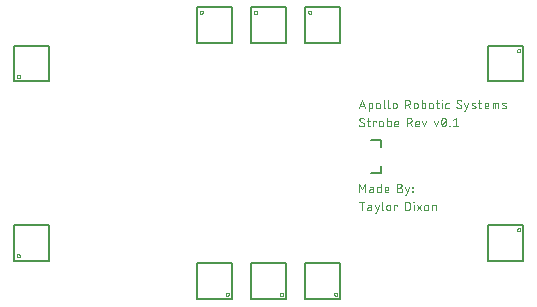
<source format=gto>
G04 EAGLE Gerber X2 export*
G75*
%MOMM*%
%FSLAX34Y34*%
%LPD*%
%AMOC8*
5,1,8,0,0,1.08239X$1,22.5*%
G01*
%ADD10C,0.076200*%
%ADD11C,0.203200*%
%ADD12C,0.127000*%


D10*
X302641Y213741D02*
X305096Y221107D01*
X307552Y213741D01*
X306938Y215583D02*
X303255Y215583D01*
X310572Y218652D02*
X310572Y211286D01*
X310572Y218652D02*
X312618Y218652D01*
X312687Y218650D01*
X312755Y218644D01*
X312824Y218635D01*
X312891Y218621D01*
X312958Y218604D01*
X313024Y218583D01*
X313088Y218559D01*
X313151Y218530D01*
X313212Y218499D01*
X313271Y218464D01*
X313329Y218426D01*
X313384Y218384D01*
X313436Y218340D01*
X313486Y218292D01*
X313534Y218242D01*
X313578Y218190D01*
X313620Y218135D01*
X313658Y218077D01*
X313693Y218018D01*
X313724Y217957D01*
X313753Y217894D01*
X313777Y217830D01*
X313798Y217764D01*
X313815Y217697D01*
X313829Y217630D01*
X313838Y217561D01*
X313844Y217493D01*
X313846Y217424D01*
X313845Y217424D02*
X313845Y214969D01*
X313846Y214969D02*
X313844Y214900D01*
X313838Y214832D01*
X313829Y214763D01*
X313815Y214696D01*
X313798Y214629D01*
X313777Y214563D01*
X313753Y214499D01*
X313724Y214436D01*
X313693Y214375D01*
X313658Y214316D01*
X313620Y214258D01*
X313578Y214203D01*
X313534Y214151D01*
X313486Y214101D01*
X313436Y214053D01*
X313384Y214009D01*
X313329Y213968D01*
X313271Y213929D01*
X313212Y213894D01*
X313151Y213863D01*
X313088Y213834D01*
X313024Y213810D01*
X312958Y213789D01*
X312891Y213772D01*
X312824Y213758D01*
X312756Y213749D01*
X312687Y213743D01*
X312618Y213741D01*
X310572Y213741D01*
X316871Y215378D02*
X316871Y217015D01*
X316870Y217015D02*
X316872Y217094D01*
X316878Y217173D01*
X316887Y217252D01*
X316900Y217330D01*
X316918Y217407D01*
X316938Y217483D01*
X316963Y217558D01*
X316991Y217632D01*
X317022Y217705D01*
X317058Y217776D01*
X317096Y217845D01*
X317138Y217912D01*
X317183Y217977D01*
X317231Y218040D01*
X317282Y218101D01*
X317336Y218158D01*
X317392Y218214D01*
X317451Y218266D01*
X317513Y218316D01*
X317577Y218362D01*
X317643Y218406D01*
X317711Y218446D01*
X317781Y218482D01*
X317853Y218516D01*
X317927Y218546D01*
X318001Y218572D01*
X318077Y218595D01*
X318154Y218613D01*
X318231Y218629D01*
X318310Y218640D01*
X318388Y218648D01*
X318467Y218652D01*
X318547Y218652D01*
X318626Y218648D01*
X318704Y218640D01*
X318783Y218629D01*
X318860Y218613D01*
X318937Y218595D01*
X319013Y218572D01*
X319087Y218546D01*
X319161Y218516D01*
X319233Y218482D01*
X319303Y218446D01*
X319371Y218406D01*
X319437Y218362D01*
X319501Y218316D01*
X319563Y218266D01*
X319622Y218214D01*
X319678Y218158D01*
X319732Y218101D01*
X319783Y218040D01*
X319831Y217977D01*
X319876Y217912D01*
X319918Y217845D01*
X319956Y217776D01*
X319992Y217705D01*
X320023Y217632D01*
X320051Y217558D01*
X320076Y217483D01*
X320096Y217407D01*
X320114Y217330D01*
X320127Y217252D01*
X320136Y217173D01*
X320142Y217094D01*
X320144Y217015D01*
X320144Y215378D01*
X320142Y215299D01*
X320136Y215220D01*
X320127Y215141D01*
X320114Y215063D01*
X320096Y214986D01*
X320076Y214910D01*
X320051Y214835D01*
X320023Y214761D01*
X319992Y214688D01*
X319956Y214617D01*
X319918Y214548D01*
X319876Y214481D01*
X319831Y214416D01*
X319783Y214353D01*
X319732Y214292D01*
X319678Y214235D01*
X319622Y214179D01*
X319563Y214127D01*
X319501Y214077D01*
X319437Y214031D01*
X319371Y213987D01*
X319303Y213947D01*
X319233Y213911D01*
X319161Y213877D01*
X319087Y213847D01*
X319013Y213821D01*
X318937Y213798D01*
X318860Y213780D01*
X318783Y213764D01*
X318704Y213753D01*
X318626Y213745D01*
X318547Y213741D01*
X318467Y213741D01*
X318388Y213745D01*
X318310Y213753D01*
X318231Y213764D01*
X318154Y213780D01*
X318077Y213798D01*
X318001Y213821D01*
X317927Y213847D01*
X317853Y213877D01*
X317781Y213911D01*
X317711Y213947D01*
X317643Y213987D01*
X317577Y214031D01*
X317513Y214077D01*
X317451Y214127D01*
X317392Y214179D01*
X317336Y214235D01*
X317282Y214292D01*
X317231Y214353D01*
X317183Y214416D01*
X317138Y214481D01*
X317096Y214548D01*
X317058Y214617D01*
X317022Y214688D01*
X316991Y214761D01*
X316963Y214835D01*
X316938Y214910D01*
X316918Y214986D01*
X316900Y215063D01*
X316887Y215141D01*
X316878Y215220D01*
X316872Y215299D01*
X316870Y215378D01*
X323293Y214969D02*
X323293Y221107D01*
X323293Y214969D02*
X323295Y214900D01*
X323301Y214832D01*
X323310Y214763D01*
X323324Y214696D01*
X323341Y214629D01*
X323362Y214563D01*
X323386Y214499D01*
X323415Y214436D01*
X323446Y214375D01*
X323481Y214316D01*
X323519Y214258D01*
X323561Y214203D01*
X323605Y214151D01*
X323653Y214101D01*
X323703Y214053D01*
X323755Y214009D01*
X323810Y213967D01*
X323868Y213929D01*
X323927Y213894D01*
X323988Y213863D01*
X324051Y213834D01*
X324115Y213810D01*
X324181Y213789D01*
X324248Y213772D01*
X324315Y213758D01*
X324384Y213749D01*
X324452Y213743D01*
X324521Y213741D01*
X327195Y214969D02*
X327195Y221107D01*
X327194Y214969D02*
X327196Y214900D01*
X327202Y214832D01*
X327211Y214763D01*
X327225Y214696D01*
X327242Y214629D01*
X327263Y214563D01*
X327287Y214499D01*
X327316Y214436D01*
X327347Y214375D01*
X327382Y214316D01*
X327420Y214258D01*
X327462Y214203D01*
X327506Y214151D01*
X327554Y214101D01*
X327604Y214053D01*
X327656Y214009D01*
X327711Y213967D01*
X327769Y213929D01*
X327828Y213894D01*
X327889Y213863D01*
X327952Y213834D01*
X328016Y213810D01*
X328082Y213789D01*
X328149Y213772D01*
X328216Y213758D01*
X328285Y213749D01*
X328353Y213743D01*
X328422Y213741D01*
X331013Y215378D02*
X331013Y217015D01*
X331015Y217094D01*
X331021Y217173D01*
X331030Y217252D01*
X331043Y217330D01*
X331061Y217407D01*
X331081Y217483D01*
X331106Y217558D01*
X331134Y217632D01*
X331165Y217705D01*
X331201Y217776D01*
X331239Y217845D01*
X331281Y217912D01*
X331326Y217977D01*
X331374Y218040D01*
X331425Y218101D01*
X331479Y218158D01*
X331535Y218214D01*
X331594Y218266D01*
X331656Y218316D01*
X331720Y218362D01*
X331786Y218406D01*
X331854Y218446D01*
X331924Y218482D01*
X331996Y218516D01*
X332070Y218546D01*
X332144Y218572D01*
X332220Y218595D01*
X332297Y218613D01*
X332374Y218629D01*
X332453Y218640D01*
X332531Y218648D01*
X332610Y218652D01*
X332690Y218652D01*
X332769Y218648D01*
X332847Y218640D01*
X332926Y218629D01*
X333003Y218613D01*
X333080Y218595D01*
X333156Y218572D01*
X333230Y218546D01*
X333304Y218516D01*
X333376Y218482D01*
X333446Y218446D01*
X333514Y218406D01*
X333580Y218362D01*
X333644Y218316D01*
X333706Y218266D01*
X333765Y218214D01*
X333821Y218158D01*
X333875Y218101D01*
X333926Y218040D01*
X333974Y217977D01*
X334019Y217912D01*
X334061Y217845D01*
X334099Y217776D01*
X334135Y217705D01*
X334166Y217632D01*
X334194Y217558D01*
X334219Y217483D01*
X334239Y217407D01*
X334257Y217330D01*
X334270Y217252D01*
X334279Y217173D01*
X334285Y217094D01*
X334287Y217015D01*
X334287Y215378D01*
X334285Y215299D01*
X334279Y215220D01*
X334270Y215141D01*
X334257Y215063D01*
X334239Y214986D01*
X334219Y214910D01*
X334194Y214835D01*
X334166Y214761D01*
X334135Y214688D01*
X334099Y214617D01*
X334061Y214548D01*
X334019Y214481D01*
X333974Y214416D01*
X333926Y214353D01*
X333875Y214292D01*
X333821Y214235D01*
X333765Y214179D01*
X333706Y214127D01*
X333644Y214077D01*
X333580Y214031D01*
X333514Y213987D01*
X333446Y213947D01*
X333376Y213911D01*
X333304Y213877D01*
X333230Y213847D01*
X333156Y213821D01*
X333080Y213798D01*
X333003Y213780D01*
X332926Y213764D01*
X332847Y213753D01*
X332769Y213745D01*
X332690Y213741D01*
X332610Y213741D01*
X332531Y213745D01*
X332453Y213753D01*
X332374Y213764D01*
X332297Y213780D01*
X332220Y213798D01*
X332144Y213821D01*
X332070Y213847D01*
X331996Y213877D01*
X331924Y213911D01*
X331854Y213947D01*
X331786Y213987D01*
X331720Y214031D01*
X331656Y214077D01*
X331594Y214127D01*
X331535Y214179D01*
X331479Y214235D01*
X331425Y214292D01*
X331374Y214353D01*
X331326Y214416D01*
X331281Y214481D01*
X331239Y214548D01*
X331201Y214617D01*
X331165Y214688D01*
X331134Y214761D01*
X331106Y214835D01*
X331081Y214910D01*
X331061Y214986D01*
X331043Y215063D01*
X331030Y215141D01*
X331021Y215220D01*
X331015Y215299D01*
X331013Y215378D01*
X341628Y213741D02*
X341628Y221107D01*
X343674Y221107D01*
X343763Y221105D01*
X343852Y221099D01*
X343941Y221089D01*
X344029Y221076D01*
X344117Y221059D01*
X344204Y221037D01*
X344289Y221012D01*
X344374Y220984D01*
X344457Y220951D01*
X344539Y220915D01*
X344619Y220876D01*
X344697Y220833D01*
X344773Y220787D01*
X344848Y220737D01*
X344920Y220684D01*
X344989Y220628D01*
X345056Y220569D01*
X345121Y220508D01*
X345182Y220443D01*
X345241Y220376D01*
X345297Y220307D01*
X345350Y220235D01*
X345400Y220160D01*
X345446Y220084D01*
X345489Y220006D01*
X345528Y219926D01*
X345564Y219844D01*
X345597Y219761D01*
X345625Y219676D01*
X345650Y219591D01*
X345672Y219504D01*
X345689Y219416D01*
X345702Y219328D01*
X345712Y219239D01*
X345718Y219150D01*
X345720Y219061D01*
X345718Y218972D01*
X345712Y218883D01*
X345702Y218794D01*
X345689Y218706D01*
X345672Y218618D01*
X345650Y218531D01*
X345625Y218446D01*
X345597Y218361D01*
X345564Y218278D01*
X345528Y218196D01*
X345489Y218116D01*
X345446Y218038D01*
X345400Y217962D01*
X345350Y217887D01*
X345297Y217815D01*
X345241Y217746D01*
X345182Y217679D01*
X345121Y217614D01*
X345056Y217553D01*
X344989Y217494D01*
X344920Y217438D01*
X344848Y217385D01*
X344773Y217335D01*
X344697Y217289D01*
X344619Y217246D01*
X344539Y217207D01*
X344457Y217171D01*
X344374Y217138D01*
X344289Y217110D01*
X344204Y217085D01*
X344117Y217063D01*
X344029Y217046D01*
X343941Y217033D01*
X343852Y217023D01*
X343763Y217017D01*
X343674Y217015D01*
X341628Y217015D01*
X344083Y217015D02*
X345720Y213741D01*
X348814Y215378D02*
X348814Y217015D01*
X348813Y217015D02*
X348815Y217094D01*
X348821Y217173D01*
X348830Y217252D01*
X348843Y217330D01*
X348861Y217407D01*
X348881Y217483D01*
X348906Y217558D01*
X348934Y217632D01*
X348965Y217705D01*
X349001Y217776D01*
X349039Y217845D01*
X349081Y217912D01*
X349126Y217977D01*
X349174Y218040D01*
X349225Y218101D01*
X349279Y218158D01*
X349335Y218214D01*
X349394Y218266D01*
X349456Y218316D01*
X349520Y218362D01*
X349586Y218406D01*
X349654Y218446D01*
X349724Y218482D01*
X349796Y218516D01*
X349870Y218546D01*
X349944Y218572D01*
X350020Y218595D01*
X350097Y218613D01*
X350174Y218629D01*
X350253Y218640D01*
X350331Y218648D01*
X350410Y218652D01*
X350490Y218652D01*
X350569Y218648D01*
X350647Y218640D01*
X350726Y218629D01*
X350803Y218613D01*
X350880Y218595D01*
X350956Y218572D01*
X351030Y218546D01*
X351104Y218516D01*
X351176Y218482D01*
X351246Y218446D01*
X351314Y218406D01*
X351380Y218362D01*
X351444Y218316D01*
X351506Y218266D01*
X351565Y218214D01*
X351621Y218158D01*
X351675Y218101D01*
X351726Y218040D01*
X351774Y217977D01*
X351819Y217912D01*
X351861Y217845D01*
X351899Y217776D01*
X351935Y217705D01*
X351966Y217632D01*
X351994Y217558D01*
X352019Y217483D01*
X352039Y217407D01*
X352057Y217330D01*
X352070Y217252D01*
X352079Y217173D01*
X352085Y217094D01*
X352087Y217015D01*
X352087Y215378D01*
X352085Y215299D01*
X352079Y215220D01*
X352070Y215141D01*
X352057Y215063D01*
X352039Y214986D01*
X352019Y214910D01*
X351994Y214835D01*
X351966Y214761D01*
X351935Y214688D01*
X351899Y214617D01*
X351861Y214548D01*
X351819Y214481D01*
X351774Y214416D01*
X351726Y214353D01*
X351675Y214292D01*
X351621Y214235D01*
X351565Y214179D01*
X351506Y214127D01*
X351444Y214077D01*
X351380Y214031D01*
X351314Y213987D01*
X351246Y213947D01*
X351176Y213911D01*
X351104Y213877D01*
X351030Y213847D01*
X350956Y213821D01*
X350880Y213798D01*
X350803Y213780D01*
X350726Y213764D01*
X350647Y213753D01*
X350569Y213745D01*
X350490Y213741D01*
X350410Y213741D01*
X350331Y213745D01*
X350253Y213753D01*
X350174Y213764D01*
X350097Y213780D01*
X350020Y213798D01*
X349944Y213821D01*
X349870Y213847D01*
X349796Y213877D01*
X349724Y213911D01*
X349654Y213947D01*
X349586Y213987D01*
X349520Y214031D01*
X349456Y214077D01*
X349394Y214127D01*
X349335Y214179D01*
X349279Y214235D01*
X349225Y214292D01*
X349174Y214353D01*
X349126Y214416D01*
X349081Y214481D01*
X349039Y214548D01*
X349001Y214617D01*
X348965Y214688D01*
X348934Y214761D01*
X348906Y214835D01*
X348881Y214910D01*
X348861Y214986D01*
X348843Y215063D01*
X348830Y215141D01*
X348821Y215220D01*
X348815Y215299D01*
X348813Y215378D01*
X355438Y213741D02*
X355438Y221107D01*
X355438Y213741D02*
X357484Y213741D01*
X357553Y213743D01*
X357621Y213749D01*
X357690Y213758D01*
X357757Y213772D01*
X357824Y213789D01*
X357890Y213810D01*
X357954Y213834D01*
X358017Y213863D01*
X358078Y213894D01*
X358137Y213929D01*
X358195Y213967D01*
X358250Y214009D01*
X358302Y214053D01*
X358352Y214101D01*
X358400Y214151D01*
X358444Y214203D01*
X358486Y214258D01*
X358524Y214316D01*
X358559Y214375D01*
X358590Y214436D01*
X358619Y214499D01*
X358643Y214563D01*
X358664Y214629D01*
X358681Y214696D01*
X358695Y214763D01*
X358704Y214832D01*
X358710Y214900D01*
X358712Y214969D01*
X358712Y217424D01*
X358710Y217493D01*
X358704Y217561D01*
X358695Y217630D01*
X358681Y217697D01*
X358664Y217764D01*
X358643Y217830D01*
X358619Y217894D01*
X358590Y217957D01*
X358559Y218018D01*
X358524Y218077D01*
X358486Y218135D01*
X358444Y218190D01*
X358400Y218242D01*
X358352Y218292D01*
X358302Y218340D01*
X358250Y218384D01*
X358195Y218426D01*
X358137Y218464D01*
X358078Y218499D01*
X358017Y218530D01*
X357954Y218559D01*
X357890Y218583D01*
X357824Y218604D01*
X357757Y218621D01*
X357690Y218635D01*
X357621Y218644D01*
X357553Y218650D01*
X357484Y218652D01*
X355438Y218652D01*
X361737Y217015D02*
X361737Y215378D01*
X361737Y217015D02*
X361739Y217094D01*
X361745Y217173D01*
X361754Y217252D01*
X361767Y217330D01*
X361785Y217407D01*
X361805Y217483D01*
X361830Y217558D01*
X361858Y217632D01*
X361889Y217705D01*
X361925Y217776D01*
X361963Y217845D01*
X362005Y217912D01*
X362050Y217977D01*
X362098Y218040D01*
X362149Y218101D01*
X362203Y218158D01*
X362259Y218214D01*
X362318Y218266D01*
X362380Y218316D01*
X362444Y218362D01*
X362510Y218406D01*
X362578Y218446D01*
X362648Y218482D01*
X362720Y218516D01*
X362794Y218546D01*
X362868Y218572D01*
X362944Y218595D01*
X363021Y218613D01*
X363098Y218629D01*
X363177Y218640D01*
X363255Y218648D01*
X363334Y218652D01*
X363414Y218652D01*
X363493Y218648D01*
X363571Y218640D01*
X363650Y218629D01*
X363727Y218613D01*
X363804Y218595D01*
X363880Y218572D01*
X363954Y218546D01*
X364028Y218516D01*
X364100Y218482D01*
X364170Y218446D01*
X364238Y218406D01*
X364304Y218362D01*
X364368Y218316D01*
X364430Y218266D01*
X364489Y218214D01*
X364545Y218158D01*
X364599Y218101D01*
X364650Y218040D01*
X364698Y217977D01*
X364743Y217912D01*
X364785Y217845D01*
X364823Y217776D01*
X364859Y217705D01*
X364890Y217632D01*
X364918Y217558D01*
X364943Y217483D01*
X364963Y217407D01*
X364981Y217330D01*
X364994Y217252D01*
X365003Y217173D01*
X365009Y217094D01*
X365011Y217015D01*
X365011Y215378D01*
X365009Y215299D01*
X365003Y215220D01*
X364994Y215141D01*
X364981Y215063D01*
X364963Y214986D01*
X364943Y214910D01*
X364918Y214835D01*
X364890Y214761D01*
X364859Y214688D01*
X364823Y214617D01*
X364785Y214548D01*
X364743Y214481D01*
X364698Y214416D01*
X364650Y214353D01*
X364599Y214292D01*
X364545Y214235D01*
X364489Y214179D01*
X364430Y214127D01*
X364368Y214077D01*
X364304Y214031D01*
X364238Y213987D01*
X364170Y213947D01*
X364100Y213911D01*
X364028Y213877D01*
X363954Y213847D01*
X363880Y213821D01*
X363804Y213798D01*
X363727Y213780D01*
X363650Y213764D01*
X363571Y213753D01*
X363493Y213745D01*
X363414Y213741D01*
X363334Y213741D01*
X363255Y213745D01*
X363177Y213753D01*
X363098Y213764D01*
X363021Y213780D01*
X362944Y213798D01*
X362868Y213821D01*
X362794Y213847D01*
X362720Y213877D01*
X362648Y213911D01*
X362578Y213947D01*
X362510Y213987D01*
X362444Y214031D01*
X362380Y214077D01*
X362318Y214127D01*
X362259Y214179D01*
X362203Y214235D01*
X362149Y214292D01*
X362098Y214353D01*
X362050Y214416D01*
X362005Y214481D01*
X361963Y214548D01*
X361925Y214617D01*
X361889Y214688D01*
X361858Y214761D01*
X361830Y214835D01*
X361805Y214910D01*
X361785Y214986D01*
X361767Y215063D01*
X361754Y215141D01*
X361745Y215220D01*
X361739Y215299D01*
X361737Y215378D01*
X367446Y218652D02*
X369902Y218652D01*
X368265Y221107D02*
X368265Y214969D01*
X368267Y214900D01*
X368273Y214832D01*
X368282Y214763D01*
X368296Y214696D01*
X368313Y214629D01*
X368334Y214563D01*
X368358Y214499D01*
X368387Y214436D01*
X368418Y214375D01*
X368453Y214316D01*
X368491Y214258D01*
X368533Y214203D01*
X368577Y214151D01*
X368625Y214101D01*
X368675Y214053D01*
X368727Y214009D01*
X368782Y213967D01*
X368840Y213929D01*
X368899Y213894D01*
X368960Y213863D01*
X369023Y213834D01*
X369087Y213810D01*
X369153Y213789D01*
X369220Y213772D01*
X369287Y213758D01*
X369356Y213749D01*
X369424Y213743D01*
X369493Y213741D01*
X369902Y213741D01*
X372640Y213741D02*
X372640Y218652D01*
X372435Y220698D02*
X372435Y221107D01*
X372844Y221107D01*
X372844Y220698D01*
X372435Y220698D01*
X376873Y213741D02*
X378509Y213741D01*
X376873Y213741D02*
X376804Y213743D01*
X376736Y213749D01*
X376667Y213758D01*
X376600Y213772D01*
X376533Y213789D01*
X376467Y213810D01*
X376403Y213834D01*
X376340Y213863D01*
X376279Y213894D01*
X376220Y213929D01*
X376162Y213967D01*
X376107Y214009D01*
X376055Y214053D01*
X376005Y214101D01*
X375957Y214151D01*
X375913Y214203D01*
X375871Y214258D01*
X375833Y214316D01*
X375798Y214375D01*
X375767Y214436D01*
X375738Y214499D01*
X375714Y214563D01*
X375693Y214629D01*
X375676Y214696D01*
X375662Y214763D01*
X375653Y214832D01*
X375647Y214900D01*
X375645Y214969D01*
X375645Y217424D01*
X375647Y217493D01*
X375653Y217561D01*
X375662Y217630D01*
X375676Y217697D01*
X375693Y217764D01*
X375714Y217830D01*
X375738Y217894D01*
X375767Y217957D01*
X375798Y218018D01*
X375833Y218077D01*
X375871Y218135D01*
X375913Y218190D01*
X375957Y218242D01*
X376005Y218292D01*
X376055Y218340D01*
X376107Y218384D01*
X376162Y218426D01*
X376220Y218464D01*
X376279Y218499D01*
X376340Y218530D01*
X376403Y218559D01*
X376467Y218583D01*
X376533Y218604D01*
X376600Y218621D01*
X376667Y218635D01*
X376736Y218644D01*
X376804Y218650D01*
X376873Y218652D01*
X378509Y218652D01*
X387435Y213741D02*
X387513Y213743D01*
X387591Y213748D01*
X387668Y213758D01*
X387745Y213771D01*
X387821Y213787D01*
X387896Y213807D01*
X387970Y213831D01*
X388043Y213858D01*
X388115Y213889D01*
X388185Y213923D01*
X388254Y213960D01*
X388320Y214001D01*
X388385Y214045D01*
X388447Y214091D01*
X388507Y214141D01*
X388565Y214193D01*
X388620Y214248D01*
X388672Y214306D01*
X388722Y214366D01*
X388768Y214428D01*
X388812Y214493D01*
X388853Y214560D01*
X388890Y214628D01*
X388924Y214698D01*
X388955Y214770D01*
X388982Y214843D01*
X389006Y214917D01*
X389026Y214992D01*
X389042Y215068D01*
X389055Y215145D01*
X389065Y215222D01*
X389070Y215300D01*
X389072Y215378D01*
X387435Y213741D02*
X387321Y213743D01*
X387208Y213748D01*
X387094Y213758D01*
X386981Y213771D01*
X386869Y213788D01*
X386757Y213808D01*
X386646Y213832D01*
X386535Y213860D01*
X386426Y213891D01*
X386318Y213926D01*
X386211Y213965D01*
X386105Y214007D01*
X386001Y214052D01*
X385898Y214101D01*
X385797Y214154D01*
X385698Y214209D01*
X385600Y214268D01*
X385505Y214330D01*
X385412Y214395D01*
X385320Y214463D01*
X385232Y214534D01*
X385145Y214608D01*
X385061Y214685D01*
X384980Y214764D01*
X385185Y219470D02*
X385187Y219548D01*
X385192Y219626D01*
X385202Y219703D01*
X385215Y219780D01*
X385231Y219856D01*
X385251Y219931D01*
X385275Y220005D01*
X385302Y220078D01*
X385333Y220150D01*
X385367Y220220D01*
X385404Y220289D01*
X385445Y220355D01*
X385489Y220420D01*
X385535Y220482D01*
X385585Y220542D01*
X385637Y220600D01*
X385692Y220655D01*
X385750Y220707D01*
X385810Y220757D01*
X385872Y220803D01*
X385937Y220847D01*
X386004Y220888D01*
X386072Y220925D01*
X386142Y220959D01*
X386214Y220990D01*
X386287Y221017D01*
X386361Y221041D01*
X386436Y221061D01*
X386512Y221077D01*
X386589Y221090D01*
X386666Y221100D01*
X386744Y221105D01*
X386822Y221107D01*
X386932Y221105D01*
X387041Y221099D01*
X387151Y221089D01*
X387259Y221076D01*
X387368Y221058D01*
X387475Y221037D01*
X387582Y221011D01*
X387688Y220982D01*
X387793Y220950D01*
X387896Y220913D01*
X387998Y220873D01*
X388099Y220829D01*
X388198Y220781D01*
X388295Y220731D01*
X388390Y220676D01*
X388483Y220618D01*
X388574Y220557D01*
X388663Y220493D01*
X386003Y218037D02*
X385936Y218079D01*
X385871Y218123D01*
X385809Y218171D01*
X385749Y218221D01*
X385691Y218274D01*
X385636Y218330D01*
X385584Y218389D01*
X385534Y218449D01*
X385487Y218513D01*
X385444Y218578D01*
X385403Y218645D01*
X385366Y218714D01*
X385332Y218785D01*
X385301Y218857D01*
X385274Y218931D01*
X385250Y219005D01*
X385230Y219081D01*
X385214Y219158D01*
X385201Y219235D01*
X385191Y219313D01*
X385186Y219392D01*
X385184Y219470D01*
X388254Y216810D02*
X388320Y216768D01*
X388385Y216724D01*
X388447Y216677D01*
X388507Y216626D01*
X388565Y216573D01*
X388620Y216517D01*
X388673Y216459D01*
X388722Y216398D01*
X388769Y216335D01*
X388812Y216270D01*
X388853Y216203D01*
X388890Y216134D01*
X388924Y216063D01*
X388955Y215991D01*
X388982Y215917D01*
X389006Y215842D01*
X389026Y215767D01*
X389042Y215690D01*
X389055Y215613D01*
X389065Y215535D01*
X389070Y215456D01*
X389072Y215378D01*
X388254Y216810D02*
X386003Y218038D01*
X391729Y211286D02*
X392548Y211286D01*
X395003Y218652D01*
X391729Y218652D02*
X393366Y213741D01*
X398439Y216606D02*
X400485Y215787D01*
X398439Y216606D02*
X398380Y216631D01*
X398323Y216660D01*
X398268Y216693D01*
X398215Y216729D01*
X398164Y216767D01*
X398116Y216809D01*
X398070Y216854D01*
X398027Y216901D01*
X397987Y216951D01*
X397950Y217003D01*
X397916Y217058D01*
X397885Y217114D01*
X397858Y217172D01*
X397835Y217232D01*
X397815Y217292D01*
X397799Y217354D01*
X397786Y217417D01*
X397778Y217481D01*
X397773Y217544D01*
X397772Y217608D01*
X397775Y217672D01*
X397782Y217736D01*
X397793Y217799D01*
X397807Y217861D01*
X397825Y217923D01*
X397847Y217983D01*
X397872Y218042D01*
X397901Y218099D01*
X397934Y218154D01*
X397969Y218207D01*
X398008Y218258D01*
X398050Y218307D01*
X398094Y218353D01*
X398142Y218396D01*
X398191Y218436D01*
X398244Y218473D01*
X398298Y218507D01*
X398354Y218538D01*
X398412Y218565D01*
X398471Y218589D01*
X398532Y218608D01*
X398594Y218625D01*
X398657Y218637D01*
X398720Y218646D01*
X398784Y218651D01*
X398848Y218652D01*
X398984Y218648D01*
X399119Y218640D01*
X399255Y218628D01*
X399389Y218612D01*
X399524Y218592D01*
X399657Y218569D01*
X399790Y218541D01*
X399922Y218510D01*
X400053Y218475D01*
X400183Y218436D01*
X400312Y218393D01*
X400439Y218346D01*
X400565Y218296D01*
X400690Y218242D01*
X400485Y215787D02*
X400544Y215762D01*
X400601Y215733D01*
X400656Y215700D01*
X400709Y215664D01*
X400760Y215626D01*
X400808Y215584D01*
X400854Y215539D01*
X400897Y215492D01*
X400937Y215442D01*
X400974Y215390D01*
X401008Y215335D01*
X401039Y215279D01*
X401066Y215221D01*
X401089Y215161D01*
X401109Y215101D01*
X401125Y215039D01*
X401138Y214976D01*
X401146Y214912D01*
X401151Y214849D01*
X401152Y214785D01*
X401149Y214721D01*
X401142Y214657D01*
X401131Y214594D01*
X401117Y214532D01*
X401099Y214470D01*
X401077Y214410D01*
X401052Y214351D01*
X401023Y214294D01*
X400990Y214239D01*
X400955Y214186D01*
X400916Y214135D01*
X400874Y214086D01*
X400830Y214040D01*
X400782Y213997D01*
X400733Y213957D01*
X400680Y213920D01*
X400626Y213886D01*
X400570Y213855D01*
X400512Y213828D01*
X400453Y213804D01*
X400392Y213785D01*
X400330Y213768D01*
X400267Y213756D01*
X400204Y213747D01*
X400140Y213742D01*
X400076Y213741D01*
X399912Y213745D01*
X399748Y213753D01*
X399584Y213765D01*
X399421Y213781D01*
X399258Y213801D01*
X399095Y213824D01*
X398934Y213852D01*
X398772Y213883D01*
X398612Y213918D01*
X398453Y213957D01*
X398294Y214000D01*
X398137Y214046D01*
X397980Y214096D01*
X397825Y214150D01*
X403535Y218652D02*
X405990Y218652D01*
X404353Y221107D02*
X404353Y214969D01*
X404355Y214900D01*
X404361Y214832D01*
X404370Y214763D01*
X404384Y214696D01*
X404401Y214629D01*
X404422Y214563D01*
X404446Y214499D01*
X404475Y214436D01*
X404506Y214375D01*
X404541Y214316D01*
X404579Y214258D01*
X404621Y214203D01*
X404665Y214151D01*
X404713Y214101D01*
X404763Y214053D01*
X404815Y214009D01*
X404870Y213967D01*
X404928Y213929D01*
X404987Y213894D01*
X405048Y213863D01*
X405111Y213834D01*
X405175Y213810D01*
X405241Y213789D01*
X405308Y213772D01*
X405375Y213758D01*
X405444Y213749D01*
X405512Y213743D01*
X405581Y213741D01*
X405990Y213741D01*
X410025Y213741D02*
X412072Y213741D01*
X410025Y213741D02*
X409956Y213743D01*
X409888Y213749D01*
X409819Y213758D01*
X409752Y213772D01*
X409685Y213789D01*
X409619Y213810D01*
X409555Y213834D01*
X409492Y213863D01*
X409431Y213894D01*
X409372Y213929D01*
X409314Y213967D01*
X409259Y214009D01*
X409207Y214053D01*
X409157Y214101D01*
X409109Y214151D01*
X409065Y214203D01*
X409023Y214258D01*
X408985Y214316D01*
X408950Y214375D01*
X408919Y214436D01*
X408890Y214499D01*
X408866Y214563D01*
X408845Y214629D01*
X408828Y214696D01*
X408814Y214763D01*
X408805Y214832D01*
X408799Y214900D01*
X408797Y214969D01*
X408798Y214969D02*
X408798Y217015D01*
X408800Y217094D01*
X408806Y217173D01*
X408815Y217252D01*
X408828Y217330D01*
X408846Y217407D01*
X408866Y217483D01*
X408891Y217558D01*
X408919Y217632D01*
X408950Y217705D01*
X408986Y217776D01*
X409024Y217845D01*
X409066Y217912D01*
X409111Y217977D01*
X409159Y218040D01*
X409210Y218101D01*
X409264Y218158D01*
X409320Y218214D01*
X409379Y218266D01*
X409441Y218316D01*
X409505Y218362D01*
X409571Y218406D01*
X409639Y218446D01*
X409709Y218482D01*
X409781Y218516D01*
X409855Y218546D01*
X409929Y218572D01*
X410005Y218595D01*
X410082Y218613D01*
X410159Y218629D01*
X410238Y218640D01*
X410316Y218648D01*
X410395Y218652D01*
X410475Y218652D01*
X410554Y218648D01*
X410632Y218640D01*
X410711Y218629D01*
X410788Y218613D01*
X410865Y218595D01*
X410941Y218572D01*
X411015Y218546D01*
X411089Y218516D01*
X411161Y218482D01*
X411231Y218446D01*
X411299Y218406D01*
X411365Y218362D01*
X411429Y218316D01*
X411491Y218266D01*
X411550Y218214D01*
X411606Y218158D01*
X411660Y218101D01*
X411711Y218040D01*
X411759Y217977D01*
X411804Y217912D01*
X411846Y217845D01*
X411884Y217776D01*
X411920Y217705D01*
X411951Y217632D01*
X411979Y217558D01*
X412004Y217483D01*
X412024Y217407D01*
X412042Y217330D01*
X412055Y217252D01*
X412064Y217173D01*
X412070Y217094D01*
X412072Y217015D01*
X412072Y216196D01*
X408798Y216196D01*
X415538Y213741D02*
X415538Y218652D01*
X419221Y218652D01*
X419290Y218650D01*
X419358Y218644D01*
X419427Y218635D01*
X419494Y218621D01*
X419561Y218604D01*
X419627Y218583D01*
X419691Y218559D01*
X419754Y218530D01*
X419815Y218499D01*
X419874Y218464D01*
X419932Y218426D01*
X419987Y218384D01*
X420039Y218340D01*
X420089Y218292D01*
X420137Y218242D01*
X420181Y218190D01*
X420223Y218135D01*
X420261Y218077D01*
X420296Y218018D01*
X420327Y217957D01*
X420356Y217894D01*
X420380Y217830D01*
X420401Y217764D01*
X420418Y217697D01*
X420432Y217630D01*
X420441Y217561D01*
X420447Y217493D01*
X420449Y217424D01*
X420449Y213741D01*
X417994Y213741D02*
X417994Y218652D01*
X424530Y216606D02*
X426576Y215787D01*
X424530Y216606D02*
X424471Y216631D01*
X424414Y216660D01*
X424359Y216693D01*
X424306Y216729D01*
X424255Y216767D01*
X424207Y216809D01*
X424161Y216854D01*
X424118Y216901D01*
X424078Y216951D01*
X424041Y217003D01*
X424007Y217058D01*
X423976Y217114D01*
X423949Y217172D01*
X423926Y217232D01*
X423906Y217292D01*
X423890Y217354D01*
X423877Y217417D01*
X423869Y217481D01*
X423864Y217544D01*
X423863Y217608D01*
X423866Y217672D01*
X423873Y217736D01*
X423884Y217799D01*
X423898Y217861D01*
X423916Y217923D01*
X423938Y217983D01*
X423963Y218042D01*
X423992Y218099D01*
X424025Y218154D01*
X424060Y218207D01*
X424099Y218258D01*
X424141Y218307D01*
X424185Y218353D01*
X424233Y218396D01*
X424282Y218436D01*
X424335Y218473D01*
X424389Y218507D01*
X424445Y218538D01*
X424503Y218565D01*
X424562Y218589D01*
X424623Y218608D01*
X424685Y218625D01*
X424748Y218637D01*
X424811Y218646D01*
X424875Y218651D01*
X424939Y218652D01*
X425075Y218648D01*
X425210Y218640D01*
X425346Y218628D01*
X425480Y218612D01*
X425615Y218592D01*
X425748Y218569D01*
X425881Y218541D01*
X426013Y218510D01*
X426144Y218475D01*
X426274Y218436D01*
X426403Y218393D01*
X426530Y218346D01*
X426656Y218296D01*
X426781Y218242D01*
X426576Y215787D02*
X426635Y215762D01*
X426692Y215733D01*
X426747Y215700D01*
X426800Y215664D01*
X426851Y215626D01*
X426899Y215584D01*
X426945Y215539D01*
X426988Y215492D01*
X427028Y215442D01*
X427065Y215390D01*
X427099Y215335D01*
X427130Y215279D01*
X427157Y215221D01*
X427180Y215161D01*
X427200Y215101D01*
X427216Y215039D01*
X427229Y214976D01*
X427237Y214912D01*
X427242Y214849D01*
X427243Y214785D01*
X427240Y214721D01*
X427233Y214657D01*
X427222Y214594D01*
X427208Y214532D01*
X427190Y214470D01*
X427168Y214410D01*
X427143Y214351D01*
X427114Y214294D01*
X427081Y214239D01*
X427046Y214186D01*
X427007Y214135D01*
X426965Y214086D01*
X426921Y214040D01*
X426873Y213997D01*
X426824Y213957D01*
X426771Y213920D01*
X426717Y213886D01*
X426661Y213855D01*
X426603Y213828D01*
X426544Y213804D01*
X426483Y213785D01*
X426421Y213768D01*
X426358Y213756D01*
X426295Y213747D01*
X426231Y213742D01*
X426167Y213741D01*
X426003Y213745D01*
X425839Y213753D01*
X425675Y213765D01*
X425512Y213781D01*
X425349Y213801D01*
X425186Y213824D01*
X425025Y213852D01*
X424863Y213883D01*
X424703Y213918D01*
X424544Y213957D01*
X424385Y214000D01*
X424228Y214046D01*
X424071Y214096D01*
X423916Y214150D01*
X306733Y200138D02*
X306731Y200060D01*
X306726Y199982D01*
X306716Y199905D01*
X306703Y199828D01*
X306687Y199752D01*
X306667Y199677D01*
X306643Y199603D01*
X306616Y199530D01*
X306585Y199458D01*
X306551Y199388D01*
X306514Y199320D01*
X306473Y199253D01*
X306429Y199188D01*
X306383Y199126D01*
X306333Y199066D01*
X306281Y199008D01*
X306226Y198953D01*
X306168Y198901D01*
X306108Y198851D01*
X306046Y198805D01*
X305981Y198761D01*
X305915Y198720D01*
X305846Y198683D01*
X305776Y198649D01*
X305704Y198618D01*
X305631Y198591D01*
X305557Y198567D01*
X305482Y198547D01*
X305406Y198531D01*
X305329Y198518D01*
X305252Y198508D01*
X305174Y198503D01*
X305096Y198501D01*
X304982Y198503D01*
X304869Y198508D01*
X304755Y198518D01*
X304642Y198531D01*
X304530Y198548D01*
X304418Y198568D01*
X304307Y198592D01*
X304196Y198620D01*
X304087Y198651D01*
X303979Y198686D01*
X303872Y198725D01*
X303766Y198767D01*
X303662Y198812D01*
X303559Y198861D01*
X303458Y198914D01*
X303359Y198969D01*
X303261Y199028D01*
X303166Y199090D01*
X303073Y199155D01*
X302981Y199223D01*
X302893Y199294D01*
X302806Y199368D01*
X302722Y199445D01*
X302641Y199524D01*
X302845Y204230D02*
X302847Y204308D01*
X302852Y204386D01*
X302862Y204463D01*
X302875Y204540D01*
X302891Y204616D01*
X302911Y204691D01*
X302935Y204765D01*
X302962Y204838D01*
X302993Y204910D01*
X303027Y204980D01*
X303064Y205049D01*
X303105Y205115D01*
X303149Y205180D01*
X303195Y205242D01*
X303245Y205302D01*
X303297Y205360D01*
X303352Y205415D01*
X303410Y205467D01*
X303470Y205517D01*
X303532Y205563D01*
X303597Y205607D01*
X303664Y205648D01*
X303732Y205685D01*
X303802Y205719D01*
X303874Y205750D01*
X303947Y205777D01*
X304021Y205801D01*
X304096Y205821D01*
X304172Y205837D01*
X304249Y205850D01*
X304326Y205860D01*
X304404Y205865D01*
X304482Y205867D01*
X304592Y205865D01*
X304701Y205859D01*
X304811Y205849D01*
X304919Y205836D01*
X305028Y205818D01*
X305135Y205797D01*
X305242Y205771D01*
X305348Y205742D01*
X305453Y205710D01*
X305556Y205673D01*
X305658Y205633D01*
X305759Y205589D01*
X305858Y205541D01*
X305955Y205491D01*
X306050Y205436D01*
X306143Y205378D01*
X306234Y205317D01*
X306323Y205253D01*
X303664Y202797D02*
X303597Y202839D01*
X303532Y202883D01*
X303470Y202931D01*
X303410Y202981D01*
X303352Y203034D01*
X303297Y203090D01*
X303245Y203149D01*
X303195Y203209D01*
X303148Y203273D01*
X303105Y203338D01*
X303064Y203405D01*
X303027Y203474D01*
X302993Y203545D01*
X302962Y203617D01*
X302935Y203691D01*
X302911Y203765D01*
X302891Y203841D01*
X302875Y203918D01*
X302862Y203995D01*
X302852Y204073D01*
X302847Y204152D01*
X302845Y204230D01*
X305915Y201570D02*
X305981Y201528D01*
X306046Y201484D01*
X306108Y201437D01*
X306168Y201386D01*
X306226Y201333D01*
X306281Y201277D01*
X306334Y201219D01*
X306383Y201158D01*
X306430Y201095D01*
X306473Y201030D01*
X306514Y200963D01*
X306551Y200894D01*
X306585Y200823D01*
X306616Y200751D01*
X306643Y200677D01*
X306667Y200602D01*
X306687Y200527D01*
X306703Y200450D01*
X306716Y200373D01*
X306726Y200295D01*
X306731Y200216D01*
X306733Y200138D01*
X305915Y201570D02*
X303664Y202798D01*
X309004Y203412D02*
X311459Y203412D01*
X309822Y205867D02*
X309822Y199729D01*
X309824Y199660D01*
X309830Y199592D01*
X309839Y199523D01*
X309853Y199456D01*
X309870Y199389D01*
X309891Y199323D01*
X309915Y199259D01*
X309944Y199196D01*
X309975Y199135D01*
X310010Y199076D01*
X310048Y199018D01*
X310090Y198963D01*
X310134Y198911D01*
X310182Y198861D01*
X310232Y198813D01*
X310284Y198769D01*
X310339Y198727D01*
X310397Y198689D01*
X310456Y198654D01*
X310517Y198623D01*
X310580Y198594D01*
X310644Y198570D01*
X310710Y198549D01*
X310777Y198532D01*
X310844Y198518D01*
X310913Y198509D01*
X310981Y198503D01*
X311050Y198501D01*
X311459Y198501D01*
X314557Y198501D02*
X314557Y203412D01*
X317012Y203412D01*
X317012Y202593D01*
X319387Y201775D02*
X319387Y200138D01*
X319387Y201775D02*
X319389Y201854D01*
X319395Y201933D01*
X319404Y202012D01*
X319417Y202090D01*
X319435Y202167D01*
X319455Y202243D01*
X319480Y202318D01*
X319508Y202392D01*
X319539Y202465D01*
X319575Y202536D01*
X319613Y202605D01*
X319655Y202672D01*
X319700Y202737D01*
X319748Y202800D01*
X319799Y202861D01*
X319853Y202918D01*
X319909Y202974D01*
X319968Y203026D01*
X320030Y203076D01*
X320094Y203122D01*
X320160Y203166D01*
X320228Y203206D01*
X320298Y203242D01*
X320370Y203276D01*
X320444Y203306D01*
X320518Y203332D01*
X320594Y203355D01*
X320671Y203373D01*
X320748Y203389D01*
X320827Y203400D01*
X320905Y203408D01*
X320984Y203412D01*
X321064Y203412D01*
X321143Y203408D01*
X321221Y203400D01*
X321300Y203389D01*
X321377Y203373D01*
X321454Y203355D01*
X321530Y203332D01*
X321604Y203306D01*
X321678Y203276D01*
X321750Y203242D01*
X321820Y203206D01*
X321888Y203166D01*
X321954Y203122D01*
X322018Y203076D01*
X322080Y203026D01*
X322139Y202974D01*
X322195Y202918D01*
X322249Y202861D01*
X322300Y202800D01*
X322348Y202737D01*
X322393Y202672D01*
X322435Y202605D01*
X322473Y202536D01*
X322509Y202465D01*
X322540Y202392D01*
X322568Y202318D01*
X322593Y202243D01*
X322613Y202167D01*
X322631Y202090D01*
X322644Y202012D01*
X322653Y201933D01*
X322659Y201854D01*
X322661Y201775D01*
X322661Y200138D01*
X322659Y200059D01*
X322653Y199980D01*
X322644Y199901D01*
X322631Y199823D01*
X322613Y199746D01*
X322593Y199670D01*
X322568Y199595D01*
X322540Y199521D01*
X322509Y199448D01*
X322473Y199377D01*
X322435Y199308D01*
X322393Y199241D01*
X322348Y199176D01*
X322300Y199113D01*
X322249Y199052D01*
X322195Y198995D01*
X322139Y198939D01*
X322080Y198887D01*
X322018Y198837D01*
X321954Y198791D01*
X321888Y198747D01*
X321820Y198707D01*
X321750Y198671D01*
X321678Y198637D01*
X321604Y198607D01*
X321530Y198581D01*
X321454Y198558D01*
X321377Y198540D01*
X321300Y198524D01*
X321221Y198513D01*
X321143Y198505D01*
X321064Y198501D01*
X320984Y198501D01*
X320905Y198505D01*
X320827Y198513D01*
X320748Y198524D01*
X320671Y198540D01*
X320594Y198558D01*
X320518Y198581D01*
X320444Y198607D01*
X320370Y198637D01*
X320298Y198671D01*
X320228Y198707D01*
X320160Y198747D01*
X320094Y198791D01*
X320030Y198837D01*
X319968Y198887D01*
X319909Y198939D01*
X319853Y198995D01*
X319799Y199052D01*
X319748Y199113D01*
X319700Y199176D01*
X319655Y199241D01*
X319613Y199308D01*
X319575Y199377D01*
X319539Y199448D01*
X319508Y199521D01*
X319480Y199595D01*
X319455Y199670D01*
X319435Y199746D01*
X319417Y199823D01*
X319404Y199901D01*
X319395Y199980D01*
X319389Y200059D01*
X319387Y200138D01*
X326012Y198501D02*
X326012Y205867D01*
X326012Y198501D02*
X328058Y198501D01*
X328127Y198503D01*
X328195Y198509D01*
X328264Y198518D01*
X328331Y198532D01*
X328398Y198549D01*
X328464Y198570D01*
X328528Y198594D01*
X328591Y198623D01*
X328652Y198654D01*
X328711Y198689D01*
X328769Y198727D01*
X328824Y198769D01*
X328876Y198813D01*
X328926Y198861D01*
X328974Y198911D01*
X329018Y198963D01*
X329060Y199018D01*
X329098Y199076D01*
X329133Y199135D01*
X329164Y199196D01*
X329193Y199259D01*
X329217Y199323D01*
X329238Y199389D01*
X329255Y199456D01*
X329269Y199523D01*
X329278Y199592D01*
X329284Y199660D01*
X329286Y199729D01*
X329286Y202184D01*
X329284Y202253D01*
X329278Y202321D01*
X329269Y202390D01*
X329255Y202457D01*
X329238Y202524D01*
X329217Y202590D01*
X329193Y202654D01*
X329164Y202717D01*
X329133Y202778D01*
X329098Y202837D01*
X329060Y202895D01*
X329018Y202950D01*
X328974Y203002D01*
X328926Y203052D01*
X328876Y203100D01*
X328824Y203144D01*
X328769Y203186D01*
X328711Y203224D01*
X328652Y203259D01*
X328591Y203290D01*
X328528Y203319D01*
X328464Y203343D01*
X328398Y203364D01*
X328331Y203381D01*
X328264Y203395D01*
X328195Y203404D01*
X328127Y203410D01*
X328058Y203412D01*
X326012Y203412D01*
X333539Y198501D02*
X335585Y198501D01*
X333539Y198501D02*
X333470Y198503D01*
X333402Y198509D01*
X333333Y198518D01*
X333266Y198532D01*
X333199Y198549D01*
X333133Y198570D01*
X333069Y198594D01*
X333006Y198623D01*
X332945Y198654D01*
X332886Y198689D01*
X332828Y198727D01*
X332773Y198769D01*
X332721Y198813D01*
X332671Y198861D01*
X332623Y198911D01*
X332579Y198963D01*
X332537Y199018D01*
X332499Y199076D01*
X332464Y199135D01*
X332433Y199196D01*
X332404Y199259D01*
X332380Y199323D01*
X332359Y199389D01*
X332342Y199456D01*
X332328Y199523D01*
X332319Y199592D01*
X332313Y199660D01*
X332311Y199729D01*
X332311Y201775D01*
X332313Y201854D01*
X332319Y201933D01*
X332328Y202012D01*
X332341Y202090D01*
X332359Y202167D01*
X332379Y202243D01*
X332404Y202318D01*
X332432Y202392D01*
X332463Y202465D01*
X332499Y202536D01*
X332537Y202605D01*
X332579Y202672D01*
X332624Y202737D01*
X332672Y202800D01*
X332723Y202861D01*
X332777Y202918D01*
X332833Y202974D01*
X332892Y203026D01*
X332954Y203076D01*
X333018Y203122D01*
X333084Y203166D01*
X333152Y203206D01*
X333222Y203242D01*
X333294Y203276D01*
X333368Y203306D01*
X333442Y203332D01*
X333518Y203355D01*
X333595Y203373D01*
X333672Y203389D01*
X333751Y203400D01*
X333829Y203408D01*
X333908Y203412D01*
X333988Y203412D01*
X334067Y203408D01*
X334145Y203400D01*
X334224Y203389D01*
X334301Y203373D01*
X334378Y203355D01*
X334454Y203332D01*
X334528Y203306D01*
X334602Y203276D01*
X334674Y203242D01*
X334744Y203206D01*
X334812Y203166D01*
X334878Y203122D01*
X334942Y203076D01*
X335004Y203026D01*
X335063Y202974D01*
X335119Y202918D01*
X335173Y202861D01*
X335224Y202800D01*
X335272Y202737D01*
X335317Y202672D01*
X335359Y202605D01*
X335397Y202536D01*
X335433Y202465D01*
X335464Y202392D01*
X335492Y202318D01*
X335517Y202243D01*
X335537Y202167D01*
X335555Y202090D01*
X335568Y202012D01*
X335577Y201933D01*
X335583Y201854D01*
X335585Y201775D01*
X335585Y200956D01*
X332311Y200956D01*
X342926Y198501D02*
X342926Y205867D01*
X344972Y205867D01*
X345061Y205865D01*
X345150Y205859D01*
X345239Y205849D01*
X345327Y205836D01*
X345415Y205819D01*
X345502Y205797D01*
X345587Y205772D01*
X345672Y205744D01*
X345755Y205711D01*
X345837Y205675D01*
X345917Y205636D01*
X345995Y205593D01*
X346071Y205547D01*
X346146Y205497D01*
X346218Y205444D01*
X346287Y205388D01*
X346354Y205329D01*
X346419Y205268D01*
X346480Y205203D01*
X346539Y205136D01*
X346595Y205067D01*
X346648Y204995D01*
X346698Y204920D01*
X346744Y204844D01*
X346787Y204766D01*
X346826Y204686D01*
X346862Y204604D01*
X346895Y204521D01*
X346923Y204436D01*
X346948Y204351D01*
X346970Y204264D01*
X346987Y204176D01*
X347000Y204088D01*
X347010Y203999D01*
X347016Y203910D01*
X347018Y203821D01*
X347016Y203732D01*
X347010Y203643D01*
X347000Y203554D01*
X346987Y203466D01*
X346970Y203378D01*
X346948Y203291D01*
X346923Y203206D01*
X346895Y203121D01*
X346862Y203038D01*
X346826Y202956D01*
X346787Y202876D01*
X346744Y202798D01*
X346698Y202722D01*
X346648Y202647D01*
X346595Y202575D01*
X346539Y202506D01*
X346480Y202439D01*
X346419Y202374D01*
X346354Y202313D01*
X346287Y202254D01*
X346218Y202198D01*
X346146Y202145D01*
X346071Y202095D01*
X345995Y202049D01*
X345917Y202006D01*
X345837Y201967D01*
X345755Y201931D01*
X345672Y201898D01*
X345587Y201870D01*
X345502Y201845D01*
X345415Y201823D01*
X345327Y201806D01*
X345239Y201793D01*
X345150Y201783D01*
X345061Y201777D01*
X344972Y201775D01*
X342926Y201775D01*
X345381Y201775D02*
X347018Y198501D01*
X351339Y198501D02*
X353385Y198501D01*
X351339Y198501D02*
X351270Y198503D01*
X351202Y198509D01*
X351133Y198518D01*
X351066Y198532D01*
X350999Y198549D01*
X350933Y198570D01*
X350869Y198594D01*
X350806Y198623D01*
X350745Y198654D01*
X350686Y198689D01*
X350628Y198727D01*
X350573Y198769D01*
X350521Y198813D01*
X350471Y198861D01*
X350423Y198911D01*
X350379Y198963D01*
X350337Y199018D01*
X350299Y199076D01*
X350264Y199135D01*
X350233Y199196D01*
X350204Y199259D01*
X350180Y199323D01*
X350159Y199389D01*
X350142Y199456D01*
X350128Y199523D01*
X350119Y199592D01*
X350113Y199660D01*
X350111Y199729D01*
X350111Y201775D01*
X350113Y201854D01*
X350119Y201933D01*
X350128Y202012D01*
X350141Y202090D01*
X350159Y202167D01*
X350179Y202243D01*
X350204Y202318D01*
X350232Y202392D01*
X350263Y202465D01*
X350299Y202536D01*
X350337Y202605D01*
X350379Y202672D01*
X350424Y202737D01*
X350472Y202800D01*
X350523Y202861D01*
X350577Y202918D01*
X350633Y202974D01*
X350692Y203026D01*
X350754Y203076D01*
X350818Y203122D01*
X350884Y203166D01*
X350952Y203206D01*
X351022Y203242D01*
X351094Y203276D01*
X351168Y203306D01*
X351242Y203332D01*
X351318Y203355D01*
X351395Y203373D01*
X351472Y203389D01*
X351551Y203400D01*
X351629Y203408D01*
X351708Y203412D01*
X351788Y203412D01*
X351867Y203408D01*
X351945Y203400D01*
X352024Y203389D01*
X352101Y203373D01*
X352178Y203355D01*
X352254Y203332D01*
X352328Y203306D01*
X352402Y203276D01*
X352474Y203242D01*
X352544Y203206D01*
X352612Y203166D01*
X352678Y203122D01*
X352742Y203076D01*
X352804Y203026D01*
X352863Y202974D01*
X352919Y202918D01*
X352973Y202861D01*
X353024Y202800D01*
X353072Y202737D01*
X353117Y202672D01*
X353159Y202605D01*
X353197Y202536D01*
X353233Y202465D01*
X353264Y202392D01*
X353292Y202318D01*
X353317Y202243D01*
X353337Y202167D01*
X353355Y202090D01*
X353368Y202012D01*
X353377Y201933D01*
X353383Y201854D01*
X353385Y201775D01*
X353385Y200956D01*
X350111Y200956D01*
X356207Y203412D02*
X357844Y198501D01*
X359481Y203412D01*
X365961Y203412D02*
X367598Y198501D01*
X369234Y203412D01*
X372135Y202184D02*
X372137Y202337D01*
X372143Y202490D01*
X372152Y202642D01*
X372166Y202795D01*
X372183Y202947D01*
X372204Y203098D01*
X372229Y203249D01*
X372258Y203399D01*
X372290Y203549D01*
X372327Y203697D01*
X372367Y203845D01*
X372410Y203992D01*
X372458Y204137D01*
X372509Y204281D01*
X372563Y204424D01*
X372622Y204566D01*
X372683Y204705D01*
X372749Y204844D01*
X372775Y204914D01*
X372805Y204984D01*
X372838Y205051D01*
X372874Y205117D01*
X372913Y205181D01*
X372956Y205243D01*
X373002Y205302D01*
X373050Y205360D01*
X373101Y205414D01*
X373155Y205467D01*
X373212Y205516D01*
X373271Y205563D01*
X373332Y205606D01*
X373395Y205647D01*
X373460Y205684D01*
X373527Y205719D01*
X373596Y205749D01*
X373666Y205777D01*
X373737Y205800D01*
X373809Y205821D01*
X373882Y205837D01*
X373956Y205850D01*
X374031Y205860D01*
X374106Y205865D01*
X374181Y205867D01*
X374256Y205865D01*
X374331Y205860D01*
X374406Y205850D01*
X374480Y205837D01*
X374553Y205821D01*
X374625Y205800D01*
X374696Y205777D01*
X374766Y205749D01*
X374835Y205719D01*
X374902Y205684D01*
X374967Y205647D01*
X375030Y205606D01*
X375091Y205563D01*
X375150Y205516D01*
X375207Y205467D01*
X375261Y205414D01*
X375312Y205360D01*
X375361Y205302D01*
X375406Y205243D01*
X375449Y205181D01*
X375488Y205117D01*
X375525Y205051D01*
X375557Y204983D01*
X375587Y204914D01*
X375613Y204844D01*
X375678Y204706D01*
X375740Y204566D01*
X375798Y204424D01*
X375853Y204281D01*
X375904Y204137D01*
X375952Y203992D01*
X375995Y203845D01*
X376035Y203698D01*
X376072Y203549D01*
X376104Y203399D01*
X376133Y203249D01*
X376158Y203098D01*
X376179Y202947D01*
X376196Y202795D01*
X376210Y202642D01*
X376219Y202490D01*
X376225Y202337D01*
X376227Y202184D01*
X372135Y202184D02*
X372137Y202031D01*
X372143Y201878D01*
X372152Y201725D01*
X372166Y201573D01*
X372183Y201421D01*
X372204Y201270D01*
X372229Y201119D01*
X372258Y200968D01*
X372290Y200819D01*
X372327Y200670D01*
X372367Y200523D01*
X372410Y200376D01*
X372458Y200231D01*
X372509Y200086D01*
X372564Y199944D01*
X372622Y199802D01*
X372684Y199662D01*
X372749Y199524D01*
X372775Y199453D01*
X372805Y199384D01*
X372838Y199317D01*
X372874Y199251D01*
X372913Y199187D01*
X372956Y199125D01*
X373002Y199066D01*
X373050Y199008D01*
X373101Y198954D01*
X373155Y198901D01*
X373212Y198852D01*
X373271Y198805D01*
X373332Y198762D01*
X373395Y198721D01*
X373460Y198684D01*
X373527Y198649D01*
X373596Y198619D01*
X373666Y198591D01*
X373737Y198568D01*
X373809Y198547D01*
X373882Y198531D01*
X373956Y198518D01*
X374031Y198508D01*
X374106Y198503D01*
X374181Y198501D01*
X375613Y199524D02*
X375678Y199662D01*
X375740Y199802D01*
X375798Y199944D01*
X375853Y200087D01*
X375904Y200231D01*
X375952Y200376D01*
X375995Y200523D01*
X376035Y200671D01*
X376072Y200819D01*
X376104Y200969D01*
X376133Y201119D01*
X376158Y201270D01*
X376179Y201421D01*
X376196Y201573D01*
X376210Y201726D01*
X376219Y201878D01*
X376225Y202031D01*
X376227Y202184D01*
X375613Y199524D02*
X375587Y199454D01*
X375557Y199384D01*
X375525Y199317D01*
X375488Y199251D01*
X375449Y199187D01*
X375406Y199125D01*
X375360Y199066D01*
X375312Y199008D01*
X375261Y198954D01*
X375207Y198901D01*
X375150Y198852D01*
X375091Y198805D01*
X375030Y198762D01*
X374967Y198721D01*
X374902Y198684D01*
X374835Y198649D01*
X374766Y198619D01*
X374696Y198591D01*
X374625Y198568D01*
X374553Y198547D01*
X374480Y198531D01*
X374406Y198518D01*
X374331Y198508D01*
X374256Y198503D01*
X374181Y198501D01*
X372544Y200138D02*
X375818Y204230D01*
X379097Y198910D02*
X379097Y198501D01*
X379097Y198910D02*
X379506Y198910D01*
X379506Y198501D01*
X379097Y198501D01*
X382376Y204230D02*
X384422Y205867D01*
X384422Y198501D01*
X382376Y198501D02*
X386469Y198501D01*
X302641Y149987D02*
X302641Y142621D01*
X305096Y145895D02*
X302641Y149987D01*
X305096Y145895D02*
X307552Y149987D01*
X307552Y142621D01*
X312410Y145486D02*
X314251Y145486D01*
X312410Y145485D02*
X312335Y145483D01*
X312260Y145477D01*
X312186Y145467D01*
X312112Y145454D01*
X312039Y145436D01*
X311967Y145415D01*
X311897Y145390D01*
X311828Y145361D01*
X311760Y145329D01*
X311694Y145293D01*
X311630Y145254D01*
X311568Y145212D01*
X311509Y145166D01*
X311452Y145117D01*
X311397Y145066D01*
X311346Y145011D01*
X311297Y144954D01*
X311251Y144895D01*
X311209Y144833D01*
X311170Y144769D01*
X311134Y144703D01*
X311102Y144635D01*
X311073Y144566D01*
X311048Y144496D01*
X311027Y144424D01*
X311009Y144351D01*
X310996Y144277D01*
X310986Y144203D01*
X310980Y144128D01*
X310978Y144053D01*
X310980Y143978D01*
X310986Y143903D01*
X310996Y143829D01*
X311009Y143755D01*
X311027Y143682D01*
X311048Y143610D01*
X311073Y143540D01*
X311102Y143471D01*
X311134Y143403D01*
X311170Y143337D01*
X311209Y143273D01*
X311251Y143211D01*
X311297Y143152D01*
X311346Y143095D01*
X311397Y143040D01*
X311452Y142989D01*
X311509Y142940D01*
X311568Y142894D01*
X311630Y142852D01*
X311694Y142813D01*
X311760Y142777D01*
X311828Y142745D01*
X311897Y142716D01*
X311967Y142691D01*
X312039Y142670D01*
X312112Y142652D01*
X312186Y142639D01*
X312260Y142629D01*
X312335Y142623D01*
X312410Y142621D01*
X314251Y142621D01*
X314251Y146304D01*
X314252Y146304D02*
X314250Y146373D01*
X314244Y146441D01*
X314235Y146510D01*
X314221Y146577D01*
X314204Y146644D01*
X314183Y146710D01*
X314159Y146774D01*
X314130Y146837D01*
X314099Y146898D01*
X314064Y146957D01*
X314026Y147015D01*
X313984Y147070D01*
X313940Y147122D01*
X313892Y147172D01*
X313842Y147220D01*
X313790Y147264D01*
X313735Y147306D01*
X313677Y147344D01*
X313618Y147379D01*
X313557Y147410D01*
X313494Y147439D01*
X313430Y147463D01*
X313364Y147484D01*
X313297Y147501D01*
X313230Y147515D01*
X313161Y147524D01*
X313093Y147530D01*
X313024Y147532D01*
X311387Y147532D01*
X320835Y149987D02*
X320835Y142621D01*
X318789Y142621D01*
X318720Y142623D01*
X318652Y142629D01*
X318583Y142638D01*
X318516Y142652D01*
X318449Y142669D01*
X318383Y142690D01*
X318319Y142714D01*
X318256Y142743D01*
X318195Y142774D01*
X318136Y142809D01*
X318078Y142847D01*
X318023Y142889D01*
X317971Y142933D01*
X317921Y142981D01*
X317873Y143031D01*
X317829Y143083D01*
X317787Y143138D01*
X317749Y143196D01*
X317714Y143255D01*
X317683Y143316D01*
X317654Y143379D01*
X317630Y143443D01*
X317609Y143509D01*
X317592Y143576D01*
X317578Y143643D01*
X317569Y143712D01*
X317563Y143780D01*
X317561Y143849D01*
X317561Y146304D01*
X317563Y146373D01*
X317569Y146441D01*
X317578Y146510D01*
X317592Y146577D01*
X317609Y146644D01*
X317630Y146710D01*
X317654Y146774D01*
X317683Y146837D01*
X317714Y146898D01*
X317749Y146957D01*
X317787Y147015D01*
X317829Y147070D01*
X317873Y147122D01*
X317921Y147172D01*
X317971Y147220D01*
X318023Y147264D01*
X318078Y147306D01*
X318136Y147344D01*
X318195Y147379D01*
X318256Y147410D01*
X318319Y147439D01*
X318383Y147463D01*
X318449Y147484D01*
X318516Y147501D01*
X318583Y147515D01*
X318652Y147524D01*
X318720Y147530D01*
X318789Y147532D01*
X320835Y147532D01*
X325413Y142621D02*
X327460Y142621D01*
X325413Y142621D02*
X325344Y142623D01*
X325276Y142629D01*
X325207Y142638D01*
X325140Y142652D01*
X325073Y142669D01*
X325007Y142690D01*
X324943Y142714D01*
X324880Y142743D01*
X324819Y142774D01*
X324760Y142809D01*
X324702Y142847D01*
X324647Y142889D01*
X324595Y142933D01*
X324545Y142981D01*
X324497Y143031D01*
X324453Y143083D01*
X324411Y143138D01*
X324373Y143196D01*
X324338Y143255D01*
X324307Y143316D01*
X324278Y143379D01*
X324254Y143443D01*
X324233Y143509D01*
X324216Y143576D01*
X324202Y143643D01*
X324193Y143712D01*
X324187Y143780D01*
X324185Y143849D01*
X324186Y143849D02*
X324186Y145895D01*
X324188Y145974D01*
X324194Y146053D01*
X324203Y146132D01*
X324216Y146210D01*
X324234Y146287D01*
X324254Y146363D01*
X324279Y146438D01*
X324307Y146512D01*
X324338Y146585D01*
X324374Y146656D01*
X324412Y146725D01*
X324454Y146792D01*
X324499Y146857D01*
X324547Y146920D01*
X324598Y146981D01*
X324652Y147038D01*
X324708Y147094D01*
X324767Y147146D01*
X324829Y147196D01*
X324893Y147242D01*
X324959Y147286D01*
X325027Y147326D01*
X325097Y147362D01*
X325169Y147396D01*
X325243Y147426D01*
X325317Y147452D01*
X325393Y147475D01*
X325470Y147493D01*
X325547Y147509D01*
X325626Y147520D01*
X325704Y147528D01*
X325783Y147532D01*
X325863Y147532D01*
X325942Y147528D01*
X326020Y147520D01*
X326099Y147509D01*
X326176Y147493D01*
X326253Y147475D01*
X326329Y147452D01*
X326403Y147426D01*
X326477Y147396D01*
X326549Y147362D01*
X326619Y147326D01*
X326687Y147286D01*
X326753Y147242D01*
X326817Y147196D01*
X326879Y147146D01*
X326938Y147094D01*
X326994Y147038D01*
X327048Y146981D01*
X327099Y146920D01*
X327147Y146857D01*
X327192Y146792D01*
X327234Y146725D01*
X327272Y146656D01*
X327308Y146585D01*
X327339Y146512D01*
X327367Y146438D01*
X327392Y146363D01*
X327412Y146287D01*
X327430Y146210D01*
X327443Y146132D01*
X327452Y146053D01*
X327458Y145974D01*
X327460Y145895D01*
X327460Y145076D01*
X324186Y145076D01*
X334867Y146713D02*
X336913Y146713D01*
X337002Y146711D01*
X337091Y146705D01*
X337180Y146695D01*
X337268Y146682D01*
X337356Y146665D01*
X337443Y146643D01*
X337528Y146618D01*
X337613Y146590D01*
X337696Y146557D01*
X337778Y146521D01*
X337858Y146482D01*
X337936Y146439D01*
X338012Y146393D01*
X338087Y146343D01*
X338159Y146290D01*
X338228Y146234D01*
X338295Y146175D01*
X338360Y146114D01*
X338421Y146049D01*
X338480Y145982D01*
X338536Y145913D01*
X338589Y145841D01*
X338639Y145766D01*
X338685Y145690D01*
X338728Y145612D01*
X338767Y145532D01*
X338803Y145450D01*
X338836Y145367D01*
X338864Y145282D01*
X338889Y145197D01*
X338911Y145110D01*
X338928Y145022D01*
X338941Y144934D01*
X338951Y144845D01*
X338957Y144756D01*
X338959Y144667D01*
X338957Y144578D01*
X338951Y144489D01*
X338941Y144400D01*
X338928Y144312D01*
X338911Y144224D01*
X338889Y144137D01*
X338864Y144052D01*
X338836Y143967D01*
X338803Y143884D01*
X338767Y143802D01*
X338728Y143722D01*
X338685Y143644D01*
X338639Y143568D01*
X338589Y143493D01*
X338536Y143421D01*
X338480Y143352D01*
X338421Y143285D01*
X338360Y143220D01*
X338295Y143159D01*
X338228Y143100D01*
X338159Y143044D01*
X338087Y142991D01*
X338012Y142941D01*
X337936Y142895D01*
X337858Y142852D01*
X337778Y142813D01*
X337696Y142777D01*
X337613Y142744D01*
X337528Y142716D01*
X337443Y142691D01*
X337356Y142669D01*
X337268Y142652D01*
X337180Y142639D01*
X337091Y142629D01*
X337002Y142623D01*
X336913Y142621D01*
X334867Y142621D01*
X334867Y149987D01*
X336913Y149987D01*
X336992Y149985D01*
X337071Y149979D01*
X337150Y149970D01*
X337228Y149957D01*
X337305Y149939D01*
X337381Y149919D01*
X337456Y149894D01*
X337530Y149866D01*
X337603Y149835D01*
X337674Y149799D01*
X337743Y149761D01*
X337810Y149719D01*
X337875Y149674D01*
X337938Y149626D01*
X337999Y149575D01*
X338056Y149521D01*
X338112Y149465D01*
X338164Y149406D01*
X338214Y149344D01*
X338260Y149280D01*
X338304Y149214D01*
X338344Y149146D01*
X338380Y149076D01*
X338414Y149004D01*
X338444Y148930D01*
X338470Y148856D01*
X338493Y148780D01*
X338511Y148703D01*
X338527Y148626D01*
X338538Y148547D01*
X338546Y148469D01*
X338550Y148390D01*
X338550Y148310D01*
X338546Y148231D01*
X338538Y148153D01*
X338527Y148074D01*
X338511Y147997D01*
X338493Y147920D01*
X338470Y147844D01*
X338444Y147770D01*
X338414Y147696D01*
X338380Y147624D01*
X338344Y147554D01*
X338304Y147486D01*
X338260Y147420D01*
X338214Y147356D01*
X338164Y147294D01*
X338112Y147235D01*
X338056Y147179D01*
X337999Y147125D01*
X337938Y147074D01*
X337875Y147026D01*
X337810Y146981D01*
X337743Y146939D01*
X337674Y146901D01*
X337603Y146865D01*
X337530Y146834D01*
X337456Y146806D01*
X337381Y146781D01*
X337305Y146761D01*
X337228Y146743D01*
X337150Y146730D01*
X337071Y146721D01*
X336992Y146715D01*
X336913Y146713D01*
X341498Y140166D02*
X342317Y140166D01*
X344772Y147532D01*
X341498Y147532D02*
X343135Y142621D01*
X347564Y143235D02*
X347564Y143644D01*
X347973Y143644D01*
X347973Y143235D01*
X347564Y143235D01*
X347564Y146509D02*
X347564Y146918D01*
X347973Y146918D01*
X347973Y146509D01*
X347564Y146509D01*
X304687Y134747D02*
X304687Y127381D01*
X302641Y134747D02*
X306733Y134747D01*
X310781Y130246D02*
X312623Y130246D01*
X310781Y130245D02*
X310706Y130243D01*
X310631Y130237D01*
X310557Y130227D01*
X310483Y130214D01*
X310410Y130196D01*
X310338Y130175D01*
X310268Y130150D01*
X310199Y130121D01*
X310131Y130089D01*
X310065Y130053D01*
X310001Y130014D01*
X309939Y129972D01*
X309880Y129926D01*
X309823Y129877D01*
X309768Y129826D01*
X309717Y129771D01*
X309668Y129714D01*
X309622Y129655D01*
X309580Y129593D01*
X309541Y129529D01*
X309505Y129463D01*
X309473Y129395D01*
X309444Y129326D01*
X309419Y129256D01*
X309398Y129184D01*
X309380Y129111D01*
X309367Y129037D01*
X309357Y128963D01*
X309351Y128888D01*
X309349Y128813D01*
X309351Y128738D01*
X309357Y128663D01*
X309367Y128589D01*
X309380Y128515D01*
X309398Y128442D01*
X309419Y128370D01*
X309444Y128300D01*
X309473Y128231D01*
X309505Y128163D01*
X309541Y128097D01*
X309580Y128033D01*
X309622Y127971D01*
X309668Y127912D01*
X309717Y127855D01*
X309768Y127800D01*
X309823Y127749D01*
X309880Y127700D01*
X309939Y127654D01*
X310001Y127612D01*
X310065Y127573D01*
X310131Y127537D01*
X310199Y127505D01*
X310268Y127476D01*
X310338Y127451D01*
X310410Y127430D01*
X310483Y127412D01*
X310557Y127399D01*
X310631Y127389D01*
X310706Y127383D01*
X310781Y127381D01*
X312623Y127381D01*
X312623Y131064D01*
X312621Y131133D01*
X312615Y131201D01*
X312606Y131270D01*
X312592Y131337D01*
X312575Y131404D01*
X312554Y131470D01*
X312530Y131534D01*
X312501Y131597D01*
X312470Y131658D01*
X312435Y131717D01*
X312397Y131775D01*
X312355Y131830D01*
X312311Y131882D01*
X312263Y131932D01*
X312213Y131980D01*
X312161Y132024D01*
X312106Y132066D01*
X312048Y132104D01*
X311989Y132139D01*
X311928Y132170D01*
X311865Y132199D01*
X311801Y132223D01*
X311735Y132244D01*
X311668Y132261D01*
X311601Y132275D01*
X311532Y132284D01*
X311464Y132290D01*
X311395Y132292D01*
X309758Y132292D01*
X315730Y124926D02*
X316548Y124926D01*
X319004Y132292D01*
X315730Y132292D02*
X317367Y127381D01*
X321909Y128609D02*
X321909Y134747D01*
X321909Y128609D02*
X321911Y128540D01*
X321917Y128472D01*
X321926Y128403D01*
X321940Y128336D01*
X321957Y128269D01*
X321978Y128203D01*
X322002Y128139D01*
X322031Y128076D01*
X322062Y128015D01*
X322097Y127956D01*
X322135Y127898D01*
X322177Y127843D01*
X322221Y127791D01*
X322269Y127741D01*
X322319Y127693D01*
X322371Y127649D01*
X322426Y127607D01*
X322484Y127569D01*
X322543Y127534D01*
X322604Y127503D01*
X322667Y127474D01*
X322731Y127450D01*
X322797Y127429D01*
X322864Y127412D01*
X322931Y127398D01*
X323000Y127389D01*
X323068Y127383D01*
X323137Y127381D01*
X325727Y129018D02*
X325727Y130655D01*
X325729Y130734D01*
X325735Y130813D01*
X325744Y130892D01*
X325757Y130970D01*
X325775Y131047D01*
X325795Y131123D01*
X325820Y131198D01*
X325848Y131272D01*
X325879Y131345D01*
X325915Y131416D01*
X325953Y131485D01*
X325995Y131552D01*
X326040Y131617D01*
X326088Y131680D01*
X326139Y131741D01*
X326193Y131798D01*
X326249Y131854D01*
X326308Y131906D01*
X326370Y131956D01*
X326434Y132002D01*
X326500Y132046D01*
X326568Y132086D01*
X326638Y132122D01*
X326710Y132156D01*
X326784Y132186D01*
X326858Y132212D01*
X326934Y132235D01*
X327011Y132253D01*
X327088Y132269D01*
X327167Y132280D01*
X327245Y132288D01*
X327324Y132292D01*
X327404Y132292D01*
X327483Y132288D01*
X327561Y132280D01*
X327640Y132269D01*
X327717Y132253D01*
X327794Y132235D01*
X327870Y132212D01*
X327944Y132186D01*
X328018Y132156D01*
X328090Y132122D01*
X328160Y132086D01*
X328228Y132046D01*
X328294Y132002D01*
X328358Y131956D01*
X328420Y131906D01*
X328479Y131854D01*
X328535Y131798D01*
X328589Y131741D01*
X328640Y131680D01*
X328688Y131617D01*
X328733Y131552D01*
X328775Y131485D01*
X328813Y131416D01*
X328849Y131345D01*
X328880Y131272D01*
X328908Y131198D01*
X328933Y131123D01*
X328953Y131047D01*
X328971Y130970D01*
X328984Y130892D01*
X328993Y130813D01*
X328999Y130734D01*
X329001Y130655D01*
X329001Y129018D01*
X328999Y128939D01*
X328993Y128860D01*
X328984Y128781D01*
X328971Y128703D01*
X328953Y128626D01*
X328933Y128550D01*
X328908Y128475D01*
X328880Y128401D01*
X328849Y128328D01*
X328813Y128257D01*
X328775Y128188D01*
X328733Y128121D01*
X328688Y128056D01*
X328640Y127993D01*
X328589Y127932D01*
X328535Y127875D01*
X328479Y127819D01*
X328420Y127767D01*
X328358Y127717D01*
X328294Y127671D01*
X328228Y127627D01*
X328160Y127587D01*
X328090Y127551D01*
X328018Y127517D01*
X327944Y127487D01*
X327870Y127461D01*
X327794Y127438D01*
X327717Y127420D01*
X327640Y127404D01*
X327561Y127393D01*
X327483Y127385D01*
X327404Y127381D01*
X327324Y127381D01*
X327245Y127385D01*
X327167Y127393D01*
X327088Y127404D01*
X327011Y127420D01*
X326934Y127438D01*
X326858Y127461D01*
X326784Y127487D01*
X326710Y127517D01*
X326638Y127551D01*
X326568Y127587D01*
X326500Y127627D01*
X326434Y127671D01*
X326370Y127717D01*
X326308Y127767D01*
X326249Y127819D01*
X326193Y127875D01*
X326139Y127932D01*
X326088Y127993D01*
X326040Y128056D01*
X325995Y128121D01*
X325953Y128188D01*
X325915Y128257D01*
X325879Y128328D01*
X325848Y128401D01*
X325820Y128475D01*
X325795Y128550D01*
X325775Y128626D01*
X325757Y128703D01*
X325744Y128781D01*
X325735Y128860D01*
X325729Y128939D01*
X325727Y129018D01*
X332357Y127381D02*
X332357Y132292D01*
X334812Y132292D01*
X334812Y131473D01*
X341411Y134747D02*
X341411Y127381D01*
X341411Y134747D02*
X343457Y134747D01*
X343546Y134745D01*
X343635Y134739D01*
X343724Y134729D01*
X343812Y134716D01*
X343900Y134699D01*
X343987Y134677D01*
X344072Y134652D01*
X344157Y134624D01*
X344240Y134591D01*
X344322Y134555D01*
X344402Y134516D01*
X344480Y134473D01*
X344556Y134427D01*
X344631Y134377D01*
X344703Y134324D01*
X344772Y134268D01*
X344839Y134209D01*
X344904Y134148D01*
X344965Y134083D01*
X345024Y134016D01*
X345080Y133947D01*
X345133Y133875D01*
X345183Y133800D01*
X345229Y133724D01*
X345272Y133646D01*
X345311Y133566D01*
X345347Y133484D01*
X345380Y133401D01*
X345408Y133316D01*
X345433Y133231D01*
X345455Y133144D01*
X345472Y133056D01*
X345485Y132968D01*
X345495Y132879D01*
X345501Y132790D01*
X345503Y132701D01*
X345504Y132701D02*
X345504Y129427D01*
X345503Y129427D02*
X345501Y129338D01*
X345495Y129249D01*
X345485Y129160D01*
X345472Y129072D01*
X345455Y128984D01*
X345433Y128897D01*
X345408Y128812D01*
X345380Y128727D01*
X345347Y128644D01*
X345311Y128562D01*
X345272Y128482D01*
X345229Y128404D01*
X345183Y128328D01*
X345133Y128253D01*
X345080Y128181D01*
X345024Y128112D01*
X344965Y128045D01*
X344904Y127980D01*
X344839Y127919D01*
X344772Y127860D01*
X344703Y127804D01*
X344631Y127751D01*
X344556Y127701D01*
X344480Y127655D01*
X344402Y127612D01*
X344322Y127573D01*
X344240Y127537D01*
X344157Y127504D01*
X344072Y127476D01*
X343987Y127451D01*
X343900Y127429D01*
X343812Y127412D01*
X343724Y127399D01*
X343635Y127389D01*
X343546Y127383D01*
X343457Y127381D01*
X341411Y127381D01*
X348822Y127381D02*
X348822Y132292D01*
X348617Y134338D02*
X348617Y134747D01*
X349027Y134747D01*
X349027Y134338D01*
X348617Y134338D01*
X354848Y132292D02*
X351574Y127381D01*
X354848Y127381D02*
X351574Y132292D01*
X357670Y130655D02*
X357670Y129018D01*
X357670Y130655D02*
X357672Y130734D01*
X357678Y130813D01*
X357687Y130892D01*
X357700Y130970D01*
X357718Y131047D01*
X357738Y131123D01*
X357763Y131198D01*
X357791Y131272D01*
X357822Y131345D01*
X357858Y131416D01*
X357896Y131485D01*
X357938Y131552D01*
X357983Y131617D01*
X358031Y131680D01*
X358082Y131741D01*
X358136Y131798D01*
X358192Y131854D01*
X358251Y131906D01*
X358313Y131956D01*
X358377Y132002D01*
X358443Y132046D01*
X358511Y132086D01*
X358581Y132122D01*
X358653Y132156D01*
X358727Y132186D01*
X358801Y132212D01*
X358877Y132235D01*
X358954Y132253D01*
X359031Y132269D01*
X359110Y132280D01*
X359188Y132288D01*
X359267Y132292D01*
X359347Y132292D01*
X359426Y132288D01*
X359504Y132280D01*
X359583Y132269D01*
X359660Y132253D01*
X359737Y132235D01*
X359813Y132212D01*
X359887Y132186D01*
X359961Y132156D01*
X360033Y132122D01*
X360103Y132086D01*
X360171Y132046D01*
X360237Y132002D01*
X360301Y131956D01*
X360363Y131906D01*
X360422Y131854D01*
X360478Y131798D01*
X360532Y131741D01*
X360583Y131680D01*
X360631Y131617D01*
X360676Y131552D01*
X360718Y131485D01*
X360756Y131416D01*
X360792Y131345D01*
X360823Y131272D01*
X360851Y131198D01*
X360876Y131123D01*
X360896Y131047D01*
X360914Y130970D01*
X360927Y130892D01*
X360936Y130813D01*
X360942Y130734D01*
X360944Y130655D01*
X360944Y129018D01*
X360942Y128939D01*
X360936Y128860D01*
X360927Y128781D01*
X360914Y128703D01*
X360896Y128626D01*
X360876Y128550D01*
X360851Y128475D01*
X360823Y128401D01*
X360792Y128328D01*
X360756Y128257D01*
X360718Y128188D01*
X360676Y128121D01*
X360631Y128056D01*
X360583Y127993D01*
X360532Y127932D01*
X360478Y127875D01*
X360422Y127819D01*
X360363Y127767D01*
X360301Y127717D01*
X360237Y127671D01*
X360171Y127627D01*
X360103Y127587D01*
X360033Y127551D01*
X359961Y127517D01*
X359887Y127487D01*
X359813Y127461D01*
X359737Y127438D01*
X359660Y127420D01*
X359583Y127404D01*
X359504Y127393D01*
X359426Y127385D01*
X359347Y127381D01*
X359267Y127381D01*
X359188Y127385D01*
X359110Y127393D01*
X359031Y127404D01*
X358954Y127420D01*
X358877Y127438D01*
X358801Y127461D01*
X358727Y127487D01*
X358653Y127517D01*
X358581Y127551D01*
X358511Y127587D01*
X358443Y127627D01*
X358377Y127671D01*
X358313Y127717D01*
X358251Y127767D01*
X358192Y127819D01*
X358136Y127875D01*
X358082Y127932D01*
X358031Y127993D01*
X357983Y128056D01*
X357938Y128121D01*
X357896Y128188D01*
X357858Y128257D01*
X357822Y128328D01*
X357791Y128401D01*
X357763Y128475D01*
X357738Y128550D01*
X357718Y128626D01*
X357700Y128703D01*
X357687Y128781D01*
X357678Y128860D01*
X357672Y128939D01*
X357670Y129018D01*
X364254Y127381D02*
X364254Y132292D01*
X366300Y132292D01*
X366369Y132290D01*
X366437Y132284D01*
X366506Y132275D01*
X366573Y132261D01*
X366640Y132244D01*
X366706Y132223D01*
X366770Y132199D01*
X366833Y132170D01*
X366894Y132139D01*
X366953Y132104D01*
X367011Y132066D01*
X367066Y132024D01*
X367118Y131980D01*
X367168Y131932D01*
X367216Y131882D01*
X367260Y131830D01*
X367302Y131775D01*
X367340Y131717D01*
X367375Y131658D01*
X367406Y131597D01*
X367435Y131534D01*
X367459Y131470D01*
X367480Y131404D01*
X367497Y131337D01*
X367511Y131270D01*
X367520Y131201D01*
X367526Y131133D01*
X367528Y131064D01*
X367528Y127381D01*
D11*
X320700Y181200D02*
X320700Y187200D01*
X312700Y187200D01*
X320700Y165200D02*
X320700Y159200D01*
X312700Y159200D01*
D12*
X210875Y82500D02*
X210875Y52500D01*
X210875Y82500D02*
X240875Y82500D01*
X240875Y52500D01*
X210875Y52500D01*
D10*
X235461Y56500D02*
X235463Y56575D01*
X235469Y56649D01*
X235479Y56723D01*
X235492Y56796D01*
X235510Y56869D01*
X235531Y56940D01*
X235556Y57011D01*
X235585Y57080D01*
X235618Y57147D01*
X235654Y57212D01*
X235693Y57276D01*
X235735Y57337D01*
X235781Y57396D01*
X235830Y57453D01*
X235882Y57506D01*
X235936Y57557D01*
X235993Y57606D01*
X236053Y57650D01*
X236115Y57692D01*
X236179Y57731D01*
X236245Y57766D01*
X236312Y57797D01*
X236382Y57825D01*
X236452Y57849D01*
X236524Y57870D01*
X236597Y57886D01*
X236670Y57899D01*
X236745Y57908D01*
X236819Y57913D01*
X236894Y57914D01*
X236968Y57911D01*
X237043Y57904D01*
X237116Y57893D01*
X237190Y57879D01*
X237262Y57860D01*
X237333Y57838D01*
X237403Y57812D01*
X237472Y57782D01*
X237538Y57749D01*
X237603Y57712D01*
X237666Y57672D01*
X237727Y57628D01*
X237785Y57582D01*
X237841Y57532D01*
X237894Y57480D01*
X237945Y57425D01*
X237992Y57367D01*
X238036Y57307D01*
X238077Y57244D01*
X238115Y57180D01*
X238149Y57114D01*
X238180Y57045D01*
X238207Y56976D01*
X238230Y56905D01*
X238249Y56833D01*
X238265Y56760D01*
X238277Y56686D01*
X238285Y56612D01*
X238289Y56537D01*
X238289Y56463D01*
X238285Y56388D01*
X238277Y56314D01*
X238265Y56240D01*
X238249Y56167D01*
X238230Y56095D01*
X238207Y56024D01*
X238180Y55955D01*
X238149Y55886D01*
X238115Y55820D01*
X238077Y55756D01*
X238036Y55693D01*
X237992Y55633D01*
X237945Y55575D01*
X237894Y55520D01*
X237841Y55468D01*
X237785Y55418D01*
X237727Y55372D01*
X237666Y55328D01*
X237603Y55288D01*
X237538Y55251D01*
X237472Y55218D01*
X237403Y55188D01*
X237333Y55162D01*
X237262Y55140D01*
X237190Y55121D01*
X237116Y55107D01*
X237043Y55096D01*
X236968Y55089D01*
X236894Y55086D01*
X236819Y55087D01*
X236745Y55092D01*
X236670Y55101D01*
X236597Y55114D01*
X236524Y55130D01*
X236452Y55151D01*
X236382Y55175D01*
X236312Y55203D01*
X236245Y55234D01*
X236179Y55269D01*
X236115Y55308D01*
X236053Y55350D01*
X235993Y55394D01*
X235936Y55443D01*
X235882Y55494D01*
X235830Y55547D01*
X235781Y55604D01*
X235735Y55663D01*
X235693Y55724D01*
X235654Y55788D01*
X235618Y55853D01*
X235585Y55920D01*
X235556Y55989D01*
X235531Y56060D01*
X235510Y56131D01*
X235492Y56204D01*
X235479Y56277D01*
X235469Y56351D01*
X235463Y56425D01*
X235461Y56500D01*
D12*
X286750Y269250D02*
X286750Y299250D01*
X286750Y269250D02*
X256750Y269250D01*
X256750Y299250D01*
X286750Y299250D01*
D10*
X259336Y295250D02*
X259338Y295325D01*
X259344Y295399D01*
X259354Y295473D01*
X259367Y295546D01*
X259385Y295619D01*
X259406Y295690D01*
X259431Y295761D01*
X259460Y295830D01*
X259493Y295897D01*
X259529Y295962D01*
X259568Y296026D01*
X259610Y296087D01*
X259656Y296146D01*
X259705Y296203D01*
X259757Y296256D01*
X259811Y296307D01*
X259868Y296356D01*
X259928Y296400D01*
X259990Y296442D01*
X260054Y296481D01*
X260120Y296516D01*
X260187Y296547D01*
X260257Y296575D01*
X260327Y296599D01*
X260399Y296620D01*
X260472Y296636D01*
X260545Y296649D01*
X260620Y296658D01*
X260694Y296663D01*
X260769Y296664D01*
X260843Y296661D01*
X260918Y296654D01*
X260991Y296643D01*
X261065Y296629D01*
X261137Y296610D01*
X261208Y296588D01*
X261278Y296562D01*
X261347Y296532D01*
X261413Y296499D01*
X261478Y296462D01*
X261541Y296422D01*
X261602Y296378D01*
X261660Y296332D01*
X261716Y296282D01*
X261769Y296230D01*
X261820Y296175D01*
X261867Y296117D01*
X261911Y296057D01*
X261952Y295994D01*
X261990Y295930D01*
X262024Y295864D01*
X262055Y295795D01*
X262082Y295726D01*
X262105Y295655D01*
X262124Y295583D01*
X262140Y295510D01*
X262152Y295436D01*
X262160Y295362D01*
X262164Y295287D01*
X262164Y295213D01*
X262160Y295138D01*
X262152Y295064D01*
X262140Y294990D01*
X262124Y294917D01*
X262105Y294845D01*
X262082Y294774D01*
X262055Y294705D01*
X262024Y294636D01*
X261990Y294570D01*
X261952Y294506D01*
X261911Y294443D01*
X261867Y294383D01*
X261820Y294325D01*
X261769Y294270D01*
X261716Y294218D01*
X261660Y294168D01*
X261602Y294122D01*
X261541Y294078D01*
X261478Y294038D01*
X261413Y294001D01*
X261347Y293968D01*
X261278Y293938D01*
X261208Y293912D01*
X261137Y293890D01*
X261065Y293871D01*
X260991Y293857D01*
X260918Y293846D01*
X260843Y293839D01*
X260769Y293836D01*
X260694Y293837D01*
X260620Y293842D01*
X260545Y293851D01*
X260472Y293864D01*
X260399Y293880D01*
X260327Y293901D01*
X260257Y293925D01*
X260187Y293953D01*
X260120Y293984D01*
X260054Y294019D01*
X259990Y294058D01*
X259928Y294100D01*
X259868Y294144D01*
X259811Y294193D01*
X259757Y294244D01*
X259705Y294297D01*
X259656Y294354D01*
X259610Y294413D01*
X259568Y294474D01*
X259529Y294538D01*
X259493Y294603D01*
X259460Y294670D01*
X259431Y294739D01*
X259406Y294810D01*
X259385Y294881D01*
X259367Y294954D01*
X259354Y295027D01*
X259344Y295101D01*
X259338Y295175D01*
X259336Y295250D01*
D12*
X240875Y299250D02*
X240875Y269250D01*
X210875Y269250D01*
X210875Y299250D01*
X240875Y299250D01*
D10*
X213461Y295250D02*
X213463Y295325D01*
X213469Y295399D01*
X213479Y295473D01*
X213492Y295546D01*
X213510Y295619D01*
X213531Y295690D01*
X213556Y295761D01*
X213585Y295830D01*
X213618Y295897D01*
X213654Y295962D01*
X213693Y296026D01*
X213735Y296087D01*
X213781Y296146D01*
X213830Y296203D01*
X213882Y296256D01*
X213936Y296307D01*
X213993Y296356D01*
X214053Y296400D01*
X214115Y296442D01*
X214179Y296481D01*
X214245Y296516D01*
X214312Y296547D01*
X214382Y296575D01*
X214452Y296599D01*
X214524Y296620D01*
X214597Y296636D01*
X214670Y296649D01*
X214745Y296658D01*
X214819Y296663D01*
X214894Y296664D01*
X214968Y296661D01*
X215043Y296654D01*
X215116Y296643D01*
X215190Y296629D01*
X215262Y296610D01*
X215333Y296588D01*
X215403Y296562D01*
X215472Y296532D01*
X215538Y296499D01*
X215603Y296462D01*
X215666Y296422D01*
X215727Y296378D01*
X215785Y296332D01*
X215841Y296282D01*
X215894Y296230D01*
X215945Y296175D01*
X215992Y296117D01*
X216036Y296057D01*
X216077Y295994D01*
X216115Y295930D01*
X216149Y295864D01*
X216180Y295795D01*
X216207Y295726D01*
X216230Y295655D01*
X216249Y295583D01*
X216265Y295510D01*
X216277Y295436D01*
X216285Y295362D01*
X216289Y295287D01*
X216289Y295213D01*
X216285Y295138D01*
X216277Y295064D01*
X216265Y294990D01*
X216249Y294917D01*
X216230Y294845D01*
X216207Y294774D01*
X216180Y294705D01*
X216149Y294636D01*
X216115Y294570D01*
X216077Y294506D01*
X216036Y294443D01*
X215992Y294383D01*
X215945Y294325D01*
X215894Y294270D01*
X215841Y294218D01*
X215785Y294168D01*
X215727Y294122D01*
X215666Y294078D01*
X215603Y294038D01*
X215538Y294001D01*
X215472Y293968D01*
X215403Y293938D01*
X215333Y293912D01*
X215262Y293890D01*
X215190Y293871D01*
X215116Y293857D01*
X215043Y293846D01*
X214968Y293839D01*
X214894Y293836D01*
X214819Y293837D01*
X214745Y293842D01*
X214670Y293851D01*
X214597Y293864D01*
X214524Y293880D01*
X214452Y293901D01*
X214382Y293925D01*
X214312Y293953D01*
X214245Y293984D01*
X214179Y294019D01*
X214115Y294058D01*
X214053Y294100D01*
X213993Y294144D01*
X213936Y294193D01*
X213882Y294244D01*
X213830Y294297D01*
X213781Y294354D01*
X213735Y294413D01*
X213693Y294474D01*
X213654Y294538D01*
X213618Y294603D01*
X213585Y294670D01*
X213556Y294739D01*
X213531Y294810D01*
X213510Y294881D01*
X213492Y294954D01*
X213479Y295027D01*
X213469Y295101D01*
X213463Y295175D01*
X213461Y295250D01*
D12*
X195000Y299250D02*
X195000Y269250D01*
X165000Y269250D01*
X165000Y299250D01*
X195000Y299250D01*
D10*
X167586Y295250D02*
X167588Y295325D01*
X167594Y295399D01*
X167604Y295473D01*
X167617Y295546D01*
X167635Y295619D01*
X167656Y295690D01*
X167681Y295761D01*
X167710Y295830D01*
X167743Y295897D01*
X167779Y295962D01*
X167818Y296026D01*
X167860Y296087D01*
X167906Y296146D01*
X167955Y296203D01*
X168007Y296256D01*
X168061Y296307D01*
X168118Y296356D01*
X168178Y296400D01*
X168240Y296442D01*
X168304Y296481D01*
X168370Y296516D01*
X168437Y296547D01*
X168507Y296575D01*
X168577Y296599D01*
X168649Y296620D01*
X168722Y296636D01*
X168795Y296649D01*
X168870Y296658D01*
X168944Y296663D01*
X169019Y296664D01*
X169093Y296661D01*
X169168Y296654D01*
X169241Y296643D01*
X169315Y296629D01*
X169387Y296610D01*
X169458Y296588D01*
X169528Y296562D01*
X169597Y296532D01*
X169663Y296499D01*
X169728Y296462D01*
X169791Y296422D01*
X169852Y296378D01*
X169910Y296332D01*
X169966Y296282D01*
X170019Y296230D01*
X170070Y296175D01*
X170117Y296117D01*
X170161Y296057D01*
X170202Y295994D01*
X170240Y295930D01*
X170274Y295864D01*
X170305Y295795D01*
X170332Y295726D01*
X170355Y295655D01*
X170374Y295583D01*
X170390Y295510D01*
X170402Y295436D01*
X170410Y295362D01*
X170414Y295287D01*
X170414Y295213D01*
X170410Y295138D01*
X170402Y295064D01*
X170390Y294990D01*
X170374Y294917D01*
X170355Y294845D01*
X170332Y294774D01*
X170305Y294705D01*
X170274Y294636D01*
X170240Y294570D01*
X170202Y294506D01*
X170161Y294443D01*
X170117Y294383D01*
X170070Y294325D01*
X170019Y294270D01*
X169966Y294218D01*
X169910Y294168D01*
X169852Y294122D01*
X169791Y294078D01*
X169728Y294038D01*
X169663Y294001D01*
X169597Y293968D01*
X169528Y293938D01*
X169458Y293912D01*
X169387Y293890D01*
X169315Y293871D01*
X169241Y293857D01*
X169168Y293846D01*
X169093Y293839D01*
X169019Y293836D01*
X168944Y293837D01*
X168870Y293842D01*
X168795Y293851D01*
X168722Y293864D01*
X168649Y293880D01*
X168577Y293901D01*
X168507Y293925D01*
X168437Y293953D01*
X168370Y293984D01*
X168304Y294019D01*
X168240Y294058D01*
X168178Y294100D01*
X168118Y294144D01*
X168061Y294193D01*
X168007Y294244D01*
X167955Y294297D01*
X167906Y294354D01*
X167860Y294413D01*
X167818Y294474D01*
X167779Y294538D01*
X167743Y294603D01*
X167710Y294670D01*
X167681Y294739D01*
X167656Y294810D01*
X167635Y294881D01*
X167617Y294954D01*
X167604Y295027D01*
X167594Y295101D01*
X167588Y295175D01*
X167586Y295250D01*
D12*
X411750Y236750D02*
X441750Y236750D01*
X411750Y236750D02*
X411750Y266750D01*
X441750Y266750D01*
X441750Y236750D01*
D10*
X436336Y262750D02*
X436338Y262825D01*
X436344Y262899D01*
X436354Y262973D01*
X436367Y263046D01*
X436385Y263119D01*
X436406Y263190D01*
X436431Y263261D01*
X436460Y263330D01*
X436493Y263397D01*
X436529Y263462D01*
X436568Y263526D01*
X436610Y263587D01*
X436656Y263646D01*
X436705Y263703D01*
X436757Y263756D01*
X436811Y263807D01*
X436868Y263856D01*
X436928Y263900D01*
X436990Y263942D01*
X437054Y263981D01*
X437120Y264016D01*
X437187Y264047D01*
X437257Y264075D01*
X437327Y264099D01*
X437399Y264120D01*
X437472Y264136D01*
X437545Y264149D01*
X437620Y264158D01*
X437694Y264163D01*
X437769Y264164D01*
X437843Y264161D01*
X437918Y264154D01*
X437991Y264143D01*
X438065Y264129D01*
X438137Y264110D01*
X438208Y264088D01*
X438278Y264062D01*
X438347Y264032D01*
X438413Y263999D01*
X438478Y263962D01*
X438541Y263922D01*
X438602Y263878D01*
X438660Y263832D01*
X438716Y263782D01*
X438769Y263730D01*
X438820Y263675D01*
X438867Y263617D01*
X438911Y263557D01*
X438952Y263494D01*
X438990Y263430D01*
X439024Y263364D01*
X439055Y263295D01*
X439082Y263226D01*
X439105Y263155D01*
X439124Y263083D01*
X439140Y263010D01*
X439152Y262936D01*
X439160Y262862D01*
X439164Y262787D01*
X439164Y262713D01*
X439160Y262638D01*
X439152Y262564D01*
X439140Y262490D01*
X439124Y262417D01*
X439105Y262345D01*
X439082Y262274D01*
X439055Y262205D01*
X439024Y262136D01*
X438990Y262070D01*
X438952Y262006D01*
X438911Y261943D01*
X438867Y261883D01*
X438820Y261825D01*
X438769Y261770D01*
X438716Y261718D01*
X438660Y261668D01*
X438602Y261622D01*
X438541Y261578D01*
X438478Y261538D01*
X438413Y261501D01*
X438347Y261468D01*
X438278Y261438D01*
X438208Y261412D01*
X438137Y261390D01*
X438065Y261371D01*
X437991Y261357D01*
X437918Y261346D01*
X437843Y261339D01*
X437769Y261336D01*
X437694Y261337D01*
X437620Y261342D01*
X437545Y261351D01*
X437472Y261364D01*
X437399Y261380D01*
X437327Y261401D01*
X437257Y261425D01*
X437187Y261453D01*
X437120Y261484D01*
X437054Y261519D01*
X436990Y261558D01*
X436928Y261600D01*
X436868Y261644D01*
X436811Y261693D01*
X436757Y261744D01*
X436705Y261797D01*
X436656Y261854D01*
X436610Y261913D01*
X436568Y261974D01*
X436529Y262038D01*
X436493Y262103D01*
X436460Y262170D01*
X436431Y262239D01*
X436406Y262310D01*
X436385Y262381D01*
X436367Y262454D01*
X436354Y262527D01*
X436344Y262601D01*
X436338Y262675D01*
X436336Y262750D01*
D12*
X40000Y115000D02*
X10000Y115000D01*
X40000Y115000D02*
X40000Y85000D01*
X10000Y85000D01*
X10000Y115000D01*
D10*
X12586Y89000D02*
X12588Y89075D01*
X12594Y89149D01*
X12604Y89223D01*
X12617Y89296D01*
X12635Y89369D01*
X12656Y89440D01*
X12681Y89511D01*
X12710Y89580D01*
X12743Y89647D01*
X12779Y89712D01*
X12818Y89776D01*
X12860Y89837D01*
X12906Y89896D01*
X12955Y89953D01*
X13007Y90006D01*
X13061Y90057D01*
X13118Y90106D01*
X13178Y90150D01*
X13240Y90192D01*
X13304Y90231D01*
X13370Y90266D01*
X13437Y90297D01*
X13507Y90325D01*
X13577Y90349D01*
X13649Y90370D01*
X13722Y90386D01*
X13795Y90399D01*
X13870Y90408D01*
X13944Y90413D01*
X14019Y90414D01*
X14093Y90411D01*
X14168Y90404D01*
X14241Y90393D01*
X14315Y90379D01*
X14387Y90360D01*
X14458Y90338D01*
X14528Y90312D01*
X14597Y90282D01*
X14663Y90249D01*
X14728Y90212D01*
X14791Y90172D01*
X14852Y90128D01*
X14910Y90082D01*
X14966Y90032D01*
X15019Y89980D01*
X15070Y89925D01*
X15117Y89867D01*
X15161Y89807D01*
X15202Y89744D01*
X15240Y89680D01*
X15274Y89614D01*
X15305Y89545D01*
X15332Y89476D01*
X15355Y89405D01*
X15374Y89333D01*
X15390Y89260D01*
X15402Y89186D01*
X15410Y89112D01*
X15414Y89037D01*
X15414Y88963D01*
X15410Y88888D01*
X15402Y88814D01*
X15390Y88740D01*
X15374Y88667D01*
X15355Y88595D01*
X15332Y88524D01*
X15305Y88455D01*
X15274Y88386D01*
X15240Y88320D01*
X15202Y88256D01*
X15161Y88193D01*
X15117Y88133D01*
X15070Y88075D01*
X15019Y88020D01*
X14966Y87968D01*
X14910Y87918D01*
X14852Y87872D01*
X14791Y87828D01*
X14728Y87788D01*
X14663Y87751D01*
X14597Y87718D01*
X14528Y87688D01*
X14458Y87662D01*
X14387Y87640D01*
X14315Y87621D01*
X14241Y87607D01*
X14168Y87596D01*
X14093Y87589D01*
X14019Y87586D01*
X13944Y87587D01*
X13870Y87592D01*
X13795Y87601D01*
X13722Y87614D01*
X13649Y87630D01*
X13577Y87651D01*
X13507Y87675D01*
X13437Y87703D01*
X13370Y87734D01*
X13304Y87769D01*
X13240Y87808D01*
X13178Y87850D01*
X13118Y87894D01*
X13061Y87943D01*
X13007Y87994D01*
X12955Y88047D01*
X12906Y88104D01*
X12860Y88163D01*
X12818Y88224D01*
X12779Y88288D01*
X12743Y88353D01*
X12710Y88420D01*
X12681Y88489D01*
X12656Y88560D01*
X12635Y88631D01*
X12617Y88704D01*
X12604Y88777D01*
X12594Y88851D01*
X12588Y88925D01*
X12586Y89000D01*
D12*
X10000Y266750D02*
X40000Y266750D01*
X40000Y236750D01*
X10000Y236750D01*
X10000Y266750D01*
D10*
X12586Y240750D02*
X12588Y240825D01*
X12594Y240899D01*
X12604Y240973D01*
X12617Y241046D01*
X12635Y241119D01*
X12656Y241190D01*
X12681Y241261D01*
X12710Y241330D01*
X12743Y241397D01*
X12779Y241462D01*
X12818Y241526D01*
X12860Y241587D01*
X12906Y241646D01*
X12955Y241703D01*
X13007Y241756D01*
X13061Y241807D01*
X13118Y241856D01*
X13178Y241900D01*
X13240Y241942D01*
X13304Y241981D01*
X13370Y242016D01*
X13437Y242047D01*
X13507Y242075D01*
X13577Y242099D01*
X13649Y242120D01*
X13722Y242136D01*
X13795Y242149D01*
X13870Y242158D01*
X13944Y242163D01*
X14019Y242164D01*
X14093Y242161D01*
X14168Y242154D01*
X14241Y242143D01*
X14315Y242129D01*
X14387Y242110D01*
X14458Y242088D01*
X14528Y242062D01*
X14597Y242032D01*
X14663Y241999D01*
X14728Y241962D01*
X14791Y241922D01*
X14852Y241878D01*
X14910Y241832D01*
X14966Y241782D01*
X15019Y241730D01*
X15070Y241675D01*
X15117Y241617D01*
X15161Y241557D01*
X15202Y241494D01*
X15240Y241430D01*
X15274Y241364D01*
X15305Y241295D01*
X15332Y241226D01*
X15355Y241155D01*
X15374Y241083D01*
X15390Y241010D01*
X15402Y240936D01*
X15410Y240862D01*
X15414Y240787D01*
X15414Y240713D01*
X15410Y240638D01*
X15402Y240564D01*
X15390Y240490D01*
X15374Y240417D01*
X15355Y240345D01*
X15332Y240274D01*
X15305Y240205D01*
X15274Y240136D01*
X15240Y240070D01*
X15202Y240006D01*
X15161Y239943D01*
X15117Y239883D01*
X15070Y239825D01*
X15019Y239770D01*
X14966Y239718D01*
X14910Y239668D01*
X14852Y239622D01*
X14791Y239578D01*
X14728Y239538D01*
X14663Y239501D01*
X14597Y239468D01*
X14528Y239438D01*
X14458Y239412D01*
X14387Y239390D01*
X14315Y239371D01*
X14241Y239357D01*
X14168Y239346D01*
X14093Y239339D01*
X14019Y239336D01*
X13944Y239337D01*
X13870Y239342D01*
X13795Y239351D01*
X13722Y239364D01*
X13649Y239380D01*
X13577Y239401D01*
X13507Y239425D01*
X13437Y239453D01*
X13370Y239484D01*
X13304Y239519D01*
X13240Y239558D01*
X13178Y239600D01*
X13118Y239644D01*
X13061Y239693D01*
X13007Y239744D01*
X12955Y239797D01*
X12906Y239854D01*
X12860Y239913D01*
X12818Y239974D01*
X12779Y240038D01*
X12743Y240103D01*
X12710Y240170D01*
X12681Y240239D01*
X12656Y240310D01*
X12635Y240381D01*
X12617Y240454D01*
X12604Y240527D01*
X12594Y240601D01*
X12588Y240675D01*
X12586Y240750D01*
D12*
X411750Y85000D02*
X441750Y85000D01*
X411750Y85000D02*
X411750Y115000D01*
X441750Y115000D01*
X441750Y85000D01*
D10*
X436336Y111000D02*
X436338Y111075D01*
X436344Y111149D01*
X436354Y111223D01*
X436367Y111296D01*
X436385Y111369D01*
X436406Y111440D01*
X436431Y111511D01*
X436460Y111580D01*
X436493Y111647D01*
X436529Y111712D01*
X436568Y111776D01*
X436610Y111837D01*
X436656Y111896D01*
X436705Y111953D01*
X436757Y112006D01*
X436811Y112057D01*
X436868Y112106D01*
X436928Y112150D01*
X436990Y112192D01*
X437054Y112231D01*
X437120Y112266D01*
X437187Y112297D01*
X437257Y112325D01*
X437327Y112349D01*
X437399Y112370D01*
X437472Y112386D01*
X437545Y112399D01*
X437620Y112408D01*
X437694Y112413D01*
X437769Y112414D01*
X437843Y112411D01*
X437918Y112404D01*
X437991Y112393D01*
X438065Y112379D01*
X438137Y112360D01*
X438208Y112338D01*
X438278Y112312D01*
X438347Y112282D01*
X438413Y112249D01*
X438478Y112212D01*
X438541Y112172D01*
X438602Y112128D01*
X438660Y112082D01*
X438716Y112032D01*
X438769Y111980D01*
X438820Y111925D01*
X438867Y111867D01*
X438911Y111807D01*
X438952Y111744D01*
X438990Y111680D01*
X439024Y111614D01*
X439055Y111545D01*
X439082Y111476D01*
X439105Y111405D01*
X439124Y111333D01*
X439140Y111260D01*
X439152Y111186D01*
X439160Y111112D01*
X439164Y111037D01*
X439164Y110963D01*
X439160Y110888D01*
X439152Y110814D01*
X439140Y110740D01*
X439124Y110667D01*
X439105Y110595D01*
X439082Y110524D01*
X439055Y110455D01*
X439024Y110386D01*
X438990Y110320D01*
X438952Y110256D01*
X438911Y110193D01*
X438867Y110133D01*
X438820Y110075D01*
X438769Y110020D01*
X438716Y109968D01*
X438660Y109918D01*
X438602Y109872D01*
X438541Y109828D01*
X438478Y109788D01*
X438413Y109751D01*
X438347Y109718D01*
X438278Y109688D01*
X438208Y109662D01*
X438137Y109640D01*
X438065Y109621D01*
X437991Y109607D01*
X437918Y109596D01*
X437843Y109589D01*
X437769Y109586D01*
X437694Y109587D01*
X437620Y109592D01*
X437545Y109601D01*
X437472Y109614D01*
X437399Y109630D01*
X437327Y109651D01*
X437257Y109675D01*
X437187Y109703D01*
X437120Y109734D01*
X437054Y109769D01*
X436990Y109808D01*
X436928Y109850D01*
X436868Y109894D01*
X436811Y109943D01*
X436757Y109994D01*
X436705Y110047D01*
X436656Y110104D01*
X436610Y110163D01*
X436568Y110224D01*
X436529Y110288D01*
X436493Y110353D01*
X436460Y110420D01*
X436431Y110489D01*
X436406Y110560D01*
X436385Y110631D01*
X436367Y110704D01*
X436354Y110777D01*
X436344Y110851D01*
X436338Y110925D01*
X436336Y111000D01*
D12*
X256750Y82500D02*
X256750Y52500D01*
X256750Y82500D02*
X286750Y82500D01*
X286750Y52500D01*
X256750Y52500D01*
D10*
X281336Y56500D02*
X281338Y56575D01*
X281344Y56649D01*
X281354Y56723D01*
X281367Y56796D01*
X281385Y56869D01*
X281406Y56940D01*
X281431Y57011D01*
X281460Y57080D01*
X281493Y57147D01*
X281529Y57212D01*
X281568Y57276D01*
X281610Y57337D01*
X281656Y57396D01*
X281705Y57453D01*
X281757Y57506D01*
X281811Y57557D01*
X281868Y57606D01*
X281928Y57650D01*
X281990Y57692D01*
X282054Y57731D01*
X282120Y57766D01*
X282187Y57797D01*
X282257Y57825D01*
X282327Y57849D01*
X282399Y57870D01*
X282472Y57886D01*
X282545Y57899D01*
X282620Y57908D01*
X282694Y57913D01*
X282769Y57914D01*
X282843Y57911D01*
X282918Y57904D01*
X282991Y57893D01*
X283065Y57879D01*
X283137Y57860D01*
X283208Y57838D01*
X283278Y57812D01*
X283347Y57782D01*
X283413Y57749D01*
X283478Y57712D01*
X283541Y57672D01*
X283602Y57628D01*
X283660Y57582D01*
X283716Y57532D01*
X283769Y57480D01*
X283820Y57425D01*
X283867Y57367D01*
X283911Y57307D01*
X283952Y57244D01*
X283990Y57180D01*
X284024Y57114D01*
X284055Y57045D01*
X284082Y56976D01*
X284105Y56905D01*
X284124Y56833D01*
X284140Y56760D01*
X284152Y56686D01*
X284160Y56612D01*
X284164Y56537D01*
X284164Y56463D01*
X284160Y56388D01*
X284152Y56314D01*
X284140Y56240D01*
X284124Y56167D01*
X284105Y56095D01*
X284082Y56024D01*
X284055Y55955D01*
X284024Y55886D01*
X283990Y55820D01*
X283952Y55756D01*
X283911Y55693D01*
X283867Y55633D01*
X283820Y55575D01*
X283769Y55520D01*
X283716Y55468D01*
X283660Y55418D01*
X283602Y55372D01*
X283541Y55328D01*
X283478Y55288D01*
X283413Y55251D01*
X283347Y55218D01*
X283278Y55188D01*
X283208Y55162D01*
X283137Y55140D01*
X283065Y55121D01*
X282991Y55107D01*
X282918Y55096D01*
X282843Y55089D01*
X282769Y55086D01*
X282694Y55087D01*
X282620Y55092D01*
X282545Y55101D01*
X282472Y55114D01*
X282399Y55130D01*
X282327Y55151D01*
X282257Y55175D01*
X282187Y55203D01*
X282120Y55234D01*
X282054Y55269D01*
X281990Y55308D01*
X281928Y55350D01*
X281868Y55394D01*
X281811Y55443D01*
X281757Y55494D01*
X281705Y55547D01*
X281656Y55604D01*
X281610Y55663D01*
X281568Y55724D01*
X281529Y55788D01*
X281493Y55853D01*
X281460Y55920D01*
X281431Y55989D01*
X281406Y56060D01*
X281385Y56131D01*
X281367Y56204D01*
X281354Y56277D01*
X281344Y56351D01*
X281338Y56425D01*
X281336Y56500D01*
D12*
X165000Y52500D02*
X165000Y82500D01*
X195000Y82500D01*
X195000Y52500D01*
X165000Y52500D01*
D10*
X189586Y56500D02*
X189588Y56575D01*
X189594Y56649D01*
X189604Y56723D01*
X189617Y56796D01*
X189635Y56869D01*
X189656Y56940D01*
X189681Y57011D01*
X189710Y57080D01*
X189743Y57147D01*
X189779Y57212D01*
X189818Y57276D01*
X189860Y57337D01*
X189906Y57396D01*
X189955Y57453D01*
X190007Y57506D01*
X190061Y57557D01*
X190118Y57606D01*
X190178Y57650D01*
X190240Y57692D01*
X190304Y57731D01*
X190370Y57766D01*
X190437Y57797D01*
X190507Y57825D01*
X190577Y57849D01*
X190649Y57870D01*
X190722Y57886D01*
X190795Y57899D01*
X190870Y57908D01*
X190944Y57913D01*
X191019Y57914D01*
X191093Y57911D01*
X191168Y57904D01*
X191241Y57893D01*
X191315Y57879D01*
X191387Y57860D01*
X191458Y57838D01*
X191528Y57812D01*
X191597Y57782D01*
X191663Y57749D01*
X191728Y57712D01*
X191791Y57672D01*
X191852Y57628D01*
X191910Y57582D01*
X191966Y57532D01*
X192019Y57480D01*
X192070Y57425D01*
X192117Y57367D01*
X192161Y57307D01*
X192202Y57244D01*
X192240Y57180D01*
X192274Y57114D01*
X192305Y57045D01*
X192332Y56976D01*
X192355Y56905D01*
X192374Y56833D01*
X192390Y56760D01*
X192402Y56686D01*
X192410Y56612D01*
X192414Y56537D01*
X192414Y56463D01*
X192410Y56388D01*
X192402Y56314D01*
X192390Y56240D01*
X192374Y56167D01*
X192355Y56095D01*
X192332Y56024D01*
X192305Y55955D01*
X192274Y55886D01*
X192240Y55820D01*
X192202Y55756D01*
X192161Y55693D01*
X192117Y55633D01*
X192070Y55575D01*
X192019Y55520D01*
X191966Y55468D01*
X191910Y55418D01*
X191852Y55372D01*
X191791Y55328D01*
X191728Y55288D01*
X191663Y55251D01*
X191597Y55218D01*
X191528Y55188D01*
X191458Y55162D01*
X191387Y55140D01*
X191315Y55121D01*
X191241Y55107D01*
X191168Y55096D01*
X191093Y55089D01*
X191019Y55086D01*
X190944Y55087D01*
X190870Y55092D01*
X190795Y55101D01*
X190722Y55114D01*
X190649Y55130D01*
X190577Y55151D01*
X190507Y55175D01*
X190437Y55203D01*
X190370Y55234D01*
X190304Y55269D01*
X190240Y55308D01*
X190178Y55350D01*
X190118Y55394D01*
X190061Y55443D01*
X190007Y55494D01*
X189955Y55547D01*
X189906Y55604D01*
X189860Y55663D01*
X189818Y55724D01*
X189779Y55788D01*
X189743Y55853D01*
X189710Y55920D01*
X189681Y55989D01*
X189656Y56060D01*
X189635Y56131D01*
X189617Y56204D01*
X189604Y56277D01*
X189594Y56351D01*
X189588Y56425D01*
X189586Y56500D01*
M02*

</source>
